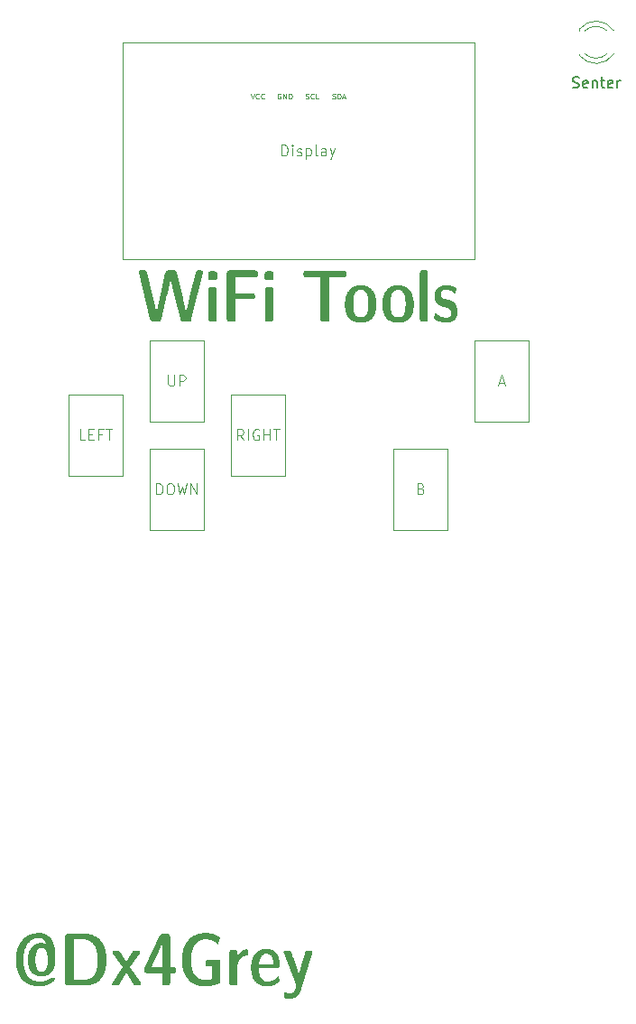
<source format=gbr>
%TF.GenerationSoftware,KiCad,Pcbnew,7.0.9+dfsg-1*%
%TF.CreationDate,2023-11-29T17:00:19+07:00*%
%TF.ProjectId,wifitools,77696669-746f-46f6-9c73-2e6b69636164,rev?*%
%TF.SameCoordinates,Original*%
%TF.FileFunction,Legend,Top*%
%TF.FilePolarity,Positive*%
%FSLAX46Y46*%
G04 Gerber Fmt 4.6, Leading zero omitted, Abs format (unit mm)*
G04 Created by KiCad (PCBNEW 7.0.9+dfsg-1) date 2023-11-29 17:00:19*
%MOMM*%
%LPD*%
G01*
G04 APERTURE LIST*
%ADD10C,0.150000*%
%ADD11C,0.100000*%
%ADD12C,0.120000*%
G04 APERTURE END LIST*
D10*
G36*
X132020942Y-77421182D02*
G01*
X132013192Y-77361121D01*
X131991690Y-77315986D01*
X131949462Y-77277309D01*
X131894951Y-77254459D01*
X131845938Y-77244774D01*
X131794956Y-77240421D01*
X131744626Y-77239266D01*
X131720523Y-77239221D01*
X131659372Y-77239741D01*
X131597906Y-77243381D01*
X131537756Y-77253261D01*
X131480555Y-77272500D01*
X131427933Y-77304218D01*
X131392453Y-77338073D01*
X131361155Y-77382018D01*
X131334728Y-77437371D01*
X131313859Y-77505446D01*
X130767976Y-79802550D01*
X130747518Y-79887048D01*
X130725725Y-79977756D01*
X130702894Y-80073674D01*
X130691183Y-80123273D01*
X130679323Y-80173799D01*
X130667353Y-80225127D01*
X130655309Y-80277130D01*
X130643228Y-80329685D01*
X130631148Y-80382665D01*
X130619105Y-80435946D01*
X130607136Y-80489402D01*
X130595280Y-80542908D01*
X130583573Y-80596339D01*
X130572051Y-80649570D01*
X130560753Y-80702475D01*
X130549715Y-80754930D01*
X130538974Y-80806808D01*
X130528568Y-80857985D01*
X130518534Y-80908336D01*
X130508908Y-80957735D01*
X130499729Y-81006057D01*
X130482855Y-81098969D01*
X130468211Y-81186071D01*
X130456092Y-81266361D01*
X130446797Y-81338838D01*
X130439469Y-81338838D01*
X130427908Y-81260453D01*
X130414411Y-81177673D01*
X130399160Y-81090997D01*
X130382339Y-81000924D01*
X130364130Y-80907953D01*
X130344716Y-80812583D01*
X130334613Y-80764154D01*
X130324278Y-80715313D01*
X130313732Y-80666121D01*
X130302999Y-80616642D01*
X130292101Y-80566937D01*
X130281062Y-80517070D01*
X130269903Y-80467102D01*
X130258649Y-80417095D01*
X130247321Y-80367113D01*
X130235942Y-80317217D01*
X130224536Y-80267470D01*
X130213125Y-80217935D01*
X130201732Y-80168673D01*
X130190379Y-80119747D01*
X130179090Y-80071220D01*
X130167888Y-80023153D01*
X130145832Y-79928653D01*
X130124396Y-79836744D01*
X129571186Y-77511552D01*
X129557932Y-77463615D01*
X129533381Y-77402804D01*
X129503962Y-77354111D01*
X129470502Y-77316188D01*
X129421032Y-77280053D01*
X129367809Y-77257480D01*
X129312793Y-77245280D01*
X129257946Y-77240260D01*
X129205227Y-77239230D01*
X129192610Y-77239221D01*
X128892191Y-77239221D01*
X128836142Y-77239768D01*
X128779019Y-77243591D01*
X128722497Y-77253969D01*
X128668251Y-77274179D01*
X128617954Y-77307497D01*
X128583831Y-77343061D01*
X128553579Y-77389224D01*
X128527902Y-77447369D01*
X128507508Y-77518879D01*
X128031235Y-79530219D01*
X128015401Y-79597372D01*
X127999521Y-79665240D01*
X127983626Y-79733680D01*
X127967748Y-79802550D01*
X127951920Y-79871706D01*
X127936173Y-79941005D01*
X127920538Y-80010304D01*
X127905049Y-80079460D01*
X127889737Y-80148330D01*
X127874634Y-80216771D01*
X127859772Y-80284639D01*
X127845183Y-80351791D01*
X127830900Y-80418085D01*
X127816953Y-80483377D01*
X127803375Y-80547524D01*
X127790198Y-80610383D01*
X127777454Y-80671811D01*
X127765174Y-80731665D01*
X127753392Y-80789802D01*
X127742139Y-80846078D01*
X127731446Y-80900350D01*
X127721346Y-80952476D01*
X127711871Y-81002312D01*
X127694923Y-81094542D01*
X127680858Y-81175896D01*
X127669931Y-81245229D01*
X127662399Y-81301395D01*
X127659986Y-81324183D01*
X127652658Y-81324183D01*
X127646127Y-81257143D01*
X127637212Y-81184681D01*
X127626136Y-81107442D01*
X127613122Y-81026073D01*
X127598390Y-80941219D01*
X127582162Y-80853527D01*
X127564661Y-80763641D01*
X127546108Y-80672207D01*
X127526724Y-80579872D01*
X127506733Y-80487282D01*
X127486355Y-80395081D01*
X127465813Y-80303916D01*
X127445328Y-80214432D01*
X127425121Y-80127276D01*
X127405416Y-80043093D01*
X127386434Y-79962529D01*
X126806357Y-77505446D01*
X126785511Y-77437371D01*
X126759246Y-77382018D01*
X126728388Y-77338073D01*
X126681530Y-77294948D01*
X126629938Y-77266642D01*
X126575573Y-77250035D01*
X126520397Y-77242008D01*
X126466369Y-77239441D01*
X126427781Y-77239221D01*
X126281235Y-77239221D01*
X126221979Y-77240421D01*
X126165808Y-77246612D01*
X126110112Y-77261967D01*
X126061125Y-77290648D01*
X126025079Y-77336821D01*
X126009749Y-77389153D01*
X126007683Y-77421182D01*
X126015392Y-77469701D01*
X126028444Y-77518879D01*
X127065254Y-81813890D01*
X127078227Y-81861612D01*
X127102194Y-81922150D01*
X127130914Y-81970625D01*
X127163642Y-82008378D01*
X127212232Y-82044351D01*
X127264869Y-82066822D01*
X127319792Y-82078968D01*
X127375241Y-82083965D01*
X127429455Y-82084991D01*
X127442610Y-82085000D01*
X127744250Y-82085000D01*
X127802102Y-82084415D01*
X127859483Y-82080325D01*
X127915231Y-82069222D01*
X127968190Y-82047600D01*
X128017198Y-82011953D01*
X128050665Y-81973905D01*
X128080769Y-81924517D01*
X128107021Y-81862309D01*
X128122141Y-81812984D01*
X128128932Y-81785802D01*
X128667488Y-79515565D01*
X128685648Y-79443256D01*
X128701217Y-79378232D01*
X128720267Y-79297273D01*
X128742165Y-79202861D01*
X128753984Y-79151387D01*
X128766277Y-79097480D01*
X128778966Y-79041452D01*
X128791971Y-78983613D01*
X128805213Y-78924272D01*
X128818613Y-78863742D01*
X128832091Y-78802331D01*
X128845570Y-78740350D01*
X128858968Y-78678110D01*
X128872208Y-78615921D01*
X128885210Y-78554093D01*
X128897895Y-78492937D01*
X128910183Y-78432763D01*
X128921996Y-78373882D01*
X128933255Y-78316604D01*
X128943880Y-78261238D01*
X128953792Y-78208096D01*
X128962912Y-78157489D01*
X128978459Y-78065116D01*
X128989888Y-77986605D01*
X128997215Y-77986605D01*
X129008861Y-78065390D01*
X129022601Y-78149317D01*
X129038241Y-78237802D01*
X129055586Y-78330262D01*
X129074440Y-78426113D01*
X129084373Y-78475129D01*
X129094610Y-78524774D01*
X129105126Y-78574975D01*
X129115899Y-78625659D01*
X129126902Y-78676754D01*
X129138113Y-78728187D01*
X129149506Y-78779884D01*
X129161057Y-78831774D01*
X129172742Y-78883782D01*
X129184536Y-78935836D01*
X129196415Y-78987864D01*
X129208355Y-79039791D01*
X129220330Y-79091547D01*
X129232318Y-79143056D01*
X129244293Y-79194247D01*
X129256232Y-79245047D01*
X129268109Y-79295383D01*
X129279900Y-79345182D01*
X129291582Y-79394370D01*
X129303129Y-79442876D01*
X129314517Y-79490625D01*
X129325722Y-79537547D01*
X129865499Y-81799235D01*
X129879600Y-81849537D01*
X129904459Y-81913347D01*
X129933333Y-81964443D01*
X129965734Y-82004236D01*
X130013573Y-82042154D01*
X130065653Y-82065840D01*
X130120813Y-82078642D01*
X130177894Y-82083909D01*
X130235737Y-82084991D01*
X130250181Y-82085000D01*
X130586015Y-82085000D01*
X130639999Y-82084470D01*
X130695486Y-82080763D01*
X130750772Y-82070703D01*
X130804154Y-82051111D01*
X130853931Y-82018811D01*
X130898398Y-81970625D01*
X130927239Y-81922150D01*
X130951418Y-81861612D01*
X130964592Y-81813890D01*
X132000181Y-77518879D01*
X132013233Y-77469701D01*
X132020941Y-77421265D01*
X132020942Y-77421182D01*
G37*
G36*
X133305659Y-81779696D02*
G01*
X133305659Y-79108900D01*
X133304384Y-79051394D01*
X133299968Y-79000346D01*
X133287659Y-78942025D01*
X133266083Y-78894460D01*
X133233137Y-78857233D01*
X133186717Y-78829932D01*
X133124719Y-78812140D01*
X133066733Y-78804788D01*
X132997913Y-78802376D01*
X132864801Y-78802376D01*
X132800313Y-78804152D01*
X132744574Y-78809886D01*
X132682956Y-78824744D01*
X132634711Y-78849169D01*
X132598596Y-78884606D01*
X132573363Y-78932501D01*
X132557770Y-78994300D01*
X132551651Y-79050642D01*
X132549728Y-79116228D01*
X132549728Y-81772369D01*
X132551475Y-81836514D01*
X132557142Y-81891916D01*
X132571887Y-81953106D01*
X132596229Y-82000958D01*
X132631668Y-82036731D01*
X132679709Y-82061684D01*
X132741853Y-82077078D01*
X132798621Y-82083108D01*
X132864801Y-82085000D01*
X132997913Y-82085000D01*
X133061938Y-82083114D01*
X133117010Y-82077127D01*
X133177518Y-82061908D01*
X133224515Y-82037344D01*
X133259377Y-82002262D01*
X133283477Y-81955487D01*
X133298189Y-81895847D01*
X133303888Y-81841967D01*
X133305659Y-81779696D01*
G37*
G36*
X133361835Y-77848607D02*
G01*
X133361835Y-77680080D01*
X133359883Y-77610747D01*
X133353688Y-77551358D01*
X133342744Y-77501230D01*
X133319888Y-77447621D01*
X133286484Y-77407646D01*
X133241331Y-77379690D01*
X133183226Y-77362134D01*
X133130424Y-77354819D01*
X133069155Y-77351763D01*
X133046762Y-77351573D01*
X132815952Y-77351573D01*
X132753157Y-77353186D01*
X132698446Y-77358552D01*
X132637354Y-77372913D01*
X132588906Y-77397227D01*
X132552114Y-77433369D01*
X132525991Y-77483214D01*
X132512806Y-77530718D01*
X132504650Y-77587776D01*
X132501107Y-77655177D01*
X132500879Y-77680080D01*
X132500879Y-77848607D01*
X132502627Y-77914837D01*
X132508293Y-77972341D01*
X132518512Y-78021602D01*
X132540313Y-78075295D01*
X132572837Y-78116336D01*
X132617587Y-78145872D01*
X132676064Y-78165047D01*
X132729835Y-78173317D01*
X132792807Y-78176886D01*
X132815952Y-78177114D01*
X133046762Y-78177114D01*
X133110967Y-78175180D01*
X133166535Y-78168983D01*
X133228066Y-78153068D01*
X133276344Y-78127121D01*
X133312573Y-78089739D01*
X133337953Y-78039520D01*
X133353688Y-77975062D01*
X133359883Y-77916530D01*
X133361835Y-77848607D01*
G37*
G36*
X137186678Y-77576277D02*
G01*
X137185928Y-77523072D01*
X137182870Y-77474189D01*
X137173105Y-77416077D01*
X137154202Y-77366473D01*
X137123284Y-77325849D01*
X137077476Y-77294678D01*
X137031618Y-77277787D01*
X136974552Y-77266677D01*
X136905064Y-77261549D01*
X136878932Y-77261203D01*
X134575722Y-77261203D01*
X134511234Y-77262951D01*
X134455495Y-77268617D01*
X134393877Y-77283363D01*
X134345633Y-77307705D01*
X134309517Y-77343144D01*
X134284284Y-77391185D01*
X134268691Y-77453329D01*
X134262572Y-77510097D01*
X134260649Y-77576277D01*
X134260649Y-81774811D01*
X134262397Y-81838332D01*
X134268063Y-81893227D01*
X134282809Y-81953900D01*
X134307150Y-82001392D01*
X134342590Y-82036935D01*
X134390630Y-82061759D01*
X134452774Y-82077094D01*
X134509542Y-82083110D01*
X134575722Y-82085000D01*
X134806531Y-82085000D01*
X134870838Y-82083115D01*
X134926082Y-82077135D01*
X134986677Y-82061945D01*
X135033641Y-82037446D01*
X135068390Y-82002479D01*
X135092341Y-81955884D01*
X135106912Y-81896502D01*
X135112536Y-81842876D01*
X135114277Y-81780917D01*
X135114277Y-79974741D01*
X136605380Y-79974741D01*
X136658925Y-79974195D01*
X136712713Y-79970372D01*
X136764469Y-79959994D01*
X136811918Y-79939784D01*
X136852783Y-79906465D01*
X136884790Y-79856761D01*
X136901613Y-79806757D01*
X136911213Y-79744310D01*
X136913126Y-79695083D01*
X136911293Y-79644567D01*
X136902066Y-79580484D01*
X136885820Y-79529170D01*
X136854715Y-79478163D01*
X136814666Y-79443971D01*
X136767689Y-79423232D01*
X136715805Y-79412582D01*
X136661029Y-79408658D01*
X136605380Y-79408098D01*
X135114277Y-79408098D01*
X135114277Y-77869368D01*
X135393936Y-77869368D01*
X136830083Y-77891350D01*
X136892212Y-77891090D01*
X136948700Y-77889273D01*
X136999444Y-77884340D01*
X137057991Y-77870225D01*
X137105901Y-77844110D01*
X137142931Y-77802303D01*
X137168838Y-77741111D01*
X137180822Y-77680275D01*
X137186310Y-77604901D01*
X137186678Y-77576277D01*
G37*
G36*
X138610614Y-81779696D02*
G01*
X138610614Y-79108900D01*
X138609339Y-79051394D01*
X138604922Y-79000346D01*
X138592613Y-78942025D01*
X138571037Y-78894460D01*
X138538091Y-78857233D01*
X138491672Y-78829932D01*
X138429674Y-78812140D01*
X138371688Y-78804788D01*
X138302868Y-78802376D01*
X138169755Y-78802376D01*
X138105268Y-78804152D01*
X138049529Y-78809886D01*
X137987911Y-78824744D01*
X137939666Y-78849169D01*
X137903550Y-78884606D01*
X137878318Y-78932501D01*
X137862724Y-78994300D01*
X137856605Y-79050642D01*
X137854682Y-79116228D01*
X137854682Y-81772369D01*
X137856430Y-81836514D01*
X137862096Y-81891916D01*
X137876842Y-81953106D01*
X137901183Y-82000958D01*
X137936623Y-82036731D01*
X137984664Y-82061684D01*
X138046808Y-82077078D01*
X138103575Y-82083108D01*
X138169755Y-82085000D01*
X138302868Y-82085000D01*
X138366892Y-82083114D01*
X138421965Y-82077127D01*
X138482472Y-82061908D01*
X138529470Y-82037344D01*
X138564332Y-82002262D01*
X138588432Y-81955487D01*
X138603143Y-81895847D01*
X138608843Y-81841967D01*
X138610614Y-81779696D01*
G37*
G36*
X138666790Y-77848607D02*
G01*
X138666790Y-77680080D01*
X138664838Y-77610747D01*
X138658643Y-77551358D01*
X138647699Y-77501230D01*
X138624843Y-77447621D01*
X138591439Y-77407646D01*
X138546285Y-77379690D01*
X138488180Y-77362134D01*
X138435379Y-77354819D01*
X138374109Y-77351763D01*
X138351716Y-77351573D01*
X138120907Y-77351573D01*
X138058112Y-77353186D01*
X138003401Y-77358552D01*
X137942309Y-77372913D01*
X137893860Y-77397227D01*
X137857068Y-77433369D01*
X137830945Y-77483214D01*
X137817760Y-77530718D01*
X137809605Y-77587776D01*
X137806062Y-77655177D01*
X137805834Y-77680080D01*
X137805834Y-77848607D01*
X137807582Y-77914837D01*
X137813248Y-77972341D01*
X137823466Y-78021602D01*
X137845268Y-78075295D01*
X137877792Y-78116336D01*
X137922541Y-78145872D01*
X137981019Y-78165047D01*
X138034790Y-78173317D01*
X138097762Y-78176886D01*
X138120907Y-78177114D01*
X138351716Y-78177114D01*
X138415922Y-78175180D01*
X138471490Y-78168983D01*
X138533020Y-78153068D01*
X138581299Y-78127121D01*
X138617527Y-78089739D01*
X138642908Y-78039520D01*
X138658643Y-77975062D01*
X138664838Y-77916530D01*
X138666790Y-77848607D01*
G37*
G36*
X145479944Y-77597037D02*
G01*
X145479164Y-77543833D01*
X145476024Y-77494950D01*
X145466087Y-77436838D01*
X145446971Y-77387234D01*
X145415826Y-77346610D01*
X145369804Y-77315438D01*
X145323812Y-77298547D01*
X145266649Y-77287438D01*
X145197113Y-77282310D01*
X145170977Y-77281964D01*
X141768674Y-77281964D01*
X141704468Y-77283712D01*
X141648901Y-77289378D01*
X141587370Y-77304124D01*
X141539092Y-77328465D01*
X141502863Y-77363905D01*
X141477482Y-77411945D01*
X141461747Y-77474090D01*
X141455553Y-77530857D01*
X141453601Y-77597037D01*
X141455886Y-77667731D01*
X141462995Y-77727241D01*
X141475308Y-77776491D01*
X141500479Y-77827795D01*
X141536480Y-77864691D01*
X141584213Y-77889369D01*
X141644578Y-77904019D01*
X141698685Y-77909742D01*
X141760786Y-77911980D01*
X141783328Y-77912110D01*
X143043622Y-77891350D01*
X143043622Y-81771147D01*
X143045369Y-81835323D01*
X143051036Y-81890808D01*
X143065781Y-81952168D01*
X143090123Y-82000233D01*
X143125562Y-82036234D01*
X143173603Y-82061401D01*
X143235747Y-82076966D01*
X143292515Y-82083078D01*
X143358695Y-82085000D01*
X143589504Y-82085000D01*
X143653529Y-82083084D01*
X143708601Y-82077014D01*
X143769109Y-82061625D01*
X143816106Y-82036847D01*
X143850968Y-82001537D01*
X143875068Y-81954549D01*
X143889780Y-81894738D01*
X143895479Y-81840776D01*
X143897250Y-81778475D01*
X143897250Y-77891350D01*
X145157543Y-77912110D01*
X145221930Y-77910684D01*
X145277993Y-77905848D01*
X145326167Y-77896769D01*
X145378878Y-77876625D01*
X145419368Y-77845484D01*
X145448666Y-77801369D01*
X145467804Y-77742306D01*
X145476109Y-77687011D01*
X145479712Y-77621364D01*
X145479944Y-77597037D01*
G37*
G36*
X146894902Y-78647334D02*
G01*
X146964809Y-78651327D01*
X147036294Y-78658296D01*
X147108986Y-78668500D01*
X147182516Y-78682196D01*
X147256512Y-78699641D01*
X147330606Y-78721093D01*
X147404425Y-78746810D01*
X147477600Y-78777050D01*
X147549761Y-78812069D01*
X147620538Y-78852126D01*
X147689559Y-78897478D01*
X147756456Y-78948382D01*
X147820857Y-79005097D01*
X147882392Y-79067880D01*
X147940691Y-79136988D01*
X147970637Y-79176665D01*
X147998914Y-79217111D01*
X148050645Y-79300040D01*
X148096262Y-79385229D01*
X148136142Y-79472135D01*
X148170663Y-79560215D01*
X148200201Y-79648925D01*
X148225135Y-79737721D01*
X148245842Y-79826058D01*
X148262698Y-79913394D01*
X148276083Y-79999185D01*
X148286373Y-80082886D01*
X148293946Y-80163953D01*
X148299179Y-80241844D01*
X148302449Y-80316013D01*
X148304135Y-80385918D01*
X148304612Y-80451015D01*
X148304538Y-80478529D01*
X148303764Y-80538338D01*
X148301759Y-80603977D01*
X148298044Y-80674792D01*
X148292142Y-80750127D01*
X148283576Y-80829327D01*
X148271867Y-80911739D01*
X148256539Y-80996707D01*
X148237113Y-81083577D01*
X148213112Y-81171694D01*
X148184059Y-81260402D01*
X148149475Y-81349049D01*
X148108883Y-81436977D01*
X148086185Y-81480468D01*
X148061805Y-81523534D01*
X148035685Y-81566093D01*
X148007765Y-81608064D01*
X147977984Y-81649364D01*
X147946283Y-81689912D01*
X147912603Y-81729626D01*
X147851869Y-81793260D01*
X147788115Y-81850636D01*
X147721786Y-81902052D01*
X147653324Y-81947804D01*
X147583173Y-81988189D01*
X147511777Y-82023505D01*
X147439580Y-82054048D01*
X147367025Y-82080115D01*
X147294556Y-82102003D01*
X147222617Y-82120009D01*
X147151650Y-82134431D01*
X147082101Y-82145564D01*
X147014412Y-82153707D01*
X146949026Y-82159155D01*
X146886389Y-82162206D01*
X146826943Y-82163157D01*
X146734997Y-82160982D01*
X146645614Y-82154571D01*
X146558897Y-82144095D01*
X146474947Y-82129726D01*
X146393867Y-82111637D01*
X146315758Y-82089999D01*
X146240722Y-82064983D01*
X146168861Y-82036762D01*
X146100278Y-82005506D01*
X146035074Y-81971388D01*
X145973351Y-81934580D01*
X145915211Y-81895253D01*
X145860757Y-81853579D01*
X145810089Y-81809730D01*
X145763311Y-81763877D01*
X145720523Y-81716193D01*
X145663439Y-81640590D01*
X145612410Y-81563255D01*
X145567109Y-81484460D01*
X145527209Y-81404478D01*
X145492382Y-81323580D01*
X145462301Y-81242037D01*
X145436638Y-81160123D01*
X145415067Y-81078108D01*
X145397259Y-80996266D01*
X145382888Y-80914866D01*
X145371626Y-80834183D01*
X145363146Y-80754487D01*
X145357120Y-80676050D01*
X145353221Y-80599144D01*
X145351122Y-80524042D01*
X145350495Y-80451015D01*
X145351347Y-80367984D01*
X145351387Y-80366751D01*
X146127187Y-80366751D01*
X146127358Y-80459913D01*
X146127764Y-80509065D01*
X146128554Y-80559641D01*
X146129857Y-80611424D01*
X146131800Y-80664198D01*
X146134512Y-80717746D01*
X146138121Y-80771851D01*
X146142755Y-80826295D01*
X146148542Y-80880863D01*
X146155611Y-80935336D01*
X146164089Y-80989499D01*
X146174104Y-81043134D01*
X146185785Y-81096024D01*
X146199260Y-81147953D01*
X146214657Y-81198703D01*
X146232104Y-81248058D01*
X146251729Y-81295801D01*
X146273660Y-81341715D01*
X146298026Y-81385582D01*
X146324955Y-81427187D01*
X146354574Y-81466312D01*
X146422397Y-81536255D01*
X146460857Y-81566638D01*
X146502520Y-81593675D01*
X146547515Y-81617147D01*
X146595969Y-81636838D01*
X146648011Y-81652530D01*
X146703768Y-81664008D01*
X146763370Y-81671054D01*
X146826943Y-81673450D01*
X146890517Y-81671054D01*
X146950118Y-81664008D01*
X147005876Y-81652529D01*
X147057917Y-81636835D01*
X147106371Y-81617142D01*
X147151366Y-81593667D01*
X147193029Y-81566626D01*
X147231490Y-81536235D01*
X147299313Y-81466275D01*
X147328932Y-81427138D01*
X147355860Y-81385518D01*
X147380226Y-81341633D01*
X147402157Y-81295699D01*
X147421783Y-81247933D01*
X147439230Y-81198551D01*
X147454626Y-81147770D01*
X147468101Y-81095807D01*
X147479782Y-81042878D01*
X147489798Y-80989201D01*
X147498276Y-80934991D01*
X147505344Y-80880466D01*
X147511131Y-80825842D01*
X147515765Y-80771336D01*
X147519374Y-80717164D01*
X147522086Y-80663543D01*
X147524030Y-80610691D01*
X147525332Y-80558823D01*
X147526122Y-80508156D01*
X147526528Y-80458907D01*
X147526698Y-80365778D01*
X147526678Y-80321842D01*
X147526122Y-80226975D01*
X147525332Y-80177434D01*
X147524030Y-80126767D01*
X147522086Y-80075180D01*
X147519374Y-80022884D01*
X147515765Y-79970085D01*
X147511131Y-79916994D01*
X147505344Y-79863817D01*
X147498276Y-79810764D01*
X147489798Y-79758043D01*
X147479782Y-79705861D01*
X147468101Y-79654429D01*
X147454626Y-79603954D01*
X147439230Y-79554644D01*
X147421783Y-79506708D01*
X147402157Y-79460354D01*
X147380226Y-79415791D01*
X147328932Y-79332870D01*
X147266875Y-79259613D01*
X147193029Y-79197687D01*
X147151366Y-79171494D01*
X147106371Y-79148758D01*
X147057917Y-79129690D01*
X147005876Y-79114496D01*
X146950118Y-79103385D01*
X146890517Y-79096565D01*
X146826943Y-79094246D01*
X146763370Y-79096544D01*
X146703768Y-79103304D01*
X146648011Y-79114321D01*
X146595969Y-79129389D01*
X146547515Y-79148306D01*
X146502520Y-79170866D01*
X146422397Y-79226099D01*
X146354574Y-79293453D01*
X146298026Y-79371295D01*
X146273660Y-79413637D01*
X146251729Y-79457987D01*
X146232104Y-79504142D01*
X146214657Y-79551896D01*
X146199260Y-79601045D01*
X146185785Y-79651386D01*
X146174104Y-79702713D01*
X146164089Y-79754823D01*
X146155611Y-79807510D01*
X146148542Y-79860570D01*
X146142755Y-79913800D01*
X146138121Y-79966994D01*
X146134512Y-80019949D01*
X146131800Y-80072459D01*
X146129857Y-80124321D01*
X146128554Y-80175331D01*
X146127358Y-80273973D01*
X146127187Y-80366751D01*
X145351387Y-80366751D01*
X145354047Y-80284336D01*
X145358811Y-80200255D01*
X145365856Y-80115925D01*
X145375398Y-80031531D01*
X145387654Y-79947257D01*
X145402840Y-79863287D01*
X145421173Y-79779805D01*
X145442869Y-79696996D01*
X145468144Y-79615044D01*
X145497216Y-79534133D01*
X145530300Y-79454447D01*
X145567613Y-79376171D01*
X145609371Y-79299489D01*
X145655791Y-79224585D01*
X145707090Y-79151643D01*
X145761526Y-79083578D01*
X145819723Y-79021226D01*
X145881319Y-78964405D01*
X145945952Y-78912934D01*
X146013261Y-78866628D01*
X146082885Y-78825307D01*
X146154463Y-78788787D01*
X146227632Y-78756885D01*
X146302033Y-78729421D01*
X146377303Y-78706210D01*
X146453081Y-78687070D01*
X146529005Y-78671820D01*
X146604715Y-78660277D01*
X146679849Y-78652257D01*
X146754045Y-78647579D01*
X146826943Y-78646060D01*
X146894902Y-78647334D01*
G37*
G36*
X150402229Y-78647334D02*
G01*
X150472137Y-78651327D01*
X150543621Y-78658296D01*
X150616314Y-78668500D01*
X150689843Y-78682196D01*
X150763840Y-78699641D01*
X150837933Y-78721093D01*
X150911752Y-78746810D01*
X150984928Y-78777050D01*
X151057089Y-78812069D01*
X151127865Y-78852126D01*
X151196887Y-78897478D01*
X151263783Y-78948382D01*
X151328184Y-79005097D01*
X151389719Y-79067880D01*
X151448018Y-79136988D01*
X151477965Y-79176665D01*
X151506241Y-79217111D01*
X151557972Y-79300040D01*
X151603589Y-79385229D01*
X151643469Y-79472135D01*
X151677990Y-79560215D01*
X151707528Y-79648925D01*
X151732462Y-79737721D01*
X151753169Y-79826058D01*
X151770026Y-79913394D01*
X151783411Y-79999185D01*
X151793701Y-80082886D01*
X151801273Y-80163953D01*
X151806506Y-80241844D01*
X151809776Y-80316013D01*
X151811462Y-80385918D01*
X151811940Y-80451015D01*
X151811865Y-80478529D01*
X151811091Y-80538338D01*
X151809086Y-80603977D01*
X151805371Y-80674792D01*
X151799469Y-80750127D01*
X151790903Y-80829327D01*
X151779194Y-80911739D01*
X151763866Y-80996707D01*
X151744440Y-81083577D01*
X151720440Y-81171694D01*
X151691386Y-81260402D01*
X151656802Y-81349049D01*
X151616210Y-81436977D01*
X151593512Y-81480468D01*
X151569133Y-81523534D01*
X151543013Y-81566093D01*
X151515092Y-81608064D01*
X151485311Y-81649364D01*
X151453610Y-81689912D01*
X151419930Y-81729626D01*
X151359196Y-81793260D01*
X151295442Y-81850636D01*
X151229113Y-81902052D01*
X151160651Y-81947804D01*
X151090500Y-81988189D01*
X151019105Y-82023505D01*
X150946907Y-82054048D01*
X150874352Y-82080115D01*
X150801883Y-82102003D01*
X150729944Y-82120009D01*
X150658978Y-82134431D01*
X150589428Y-82145564D01*
X150521739Y-82153707D01*
X150456354Y-82159155D01*
X150393716Y-82162206D01*
X150334271Y-82163157D01*
X150242324Y-82160982D01*
X150152942Y-82154571D01*
X150066224Y-82144095D01*
X149982275Y-82129726D01*
X149901194Y-82111637D01*
X149823085Y-82089999D01*
X149748049Y-82064983D01*
X149676189Y-82036762D01*
X149607605Y-82005506D01*
X149542401Y-81971388D01*
X149480678Y-81934580D01*
X149422539Y-81895253D01*
X149368084Y-81853579D01*
X149317416Y-81809730D01*
X149270638Y-81763877D01*
X149227850Y-81716193D01*
X149170766Y-81640590D01*
X149119737Y-81563255D01*
X149074436Y-81484460D01*
X149034536Y-81404478D01*
X148999709Y-81323580D01*
X148969628Y-81242037D01*
X148943965Y-81160123D01*
X148922394Y-81078108D01*
X148904587Y-80996266D01*
X148890216Y-80914866D01*
X148878954Y-80834183D01*
X148870474Y-80754487D01*
X148864448Y-80676050D01*
X148860549Y-80599144D01*
X148858449Y-80524042D01*
X148857822Y-80451015D01*
X148858674Y-80367984D01*
X148858714Y-80366751D01*
X149634515Y-80366751D01*
X149634686Y-80459913D01*
X149635091Y-80509065D01*
X149635881Y-80559641D01*
X149637184Y-80611424D01*
X149639127Y-80664198D01*
X149641839Y-80717746D01*
X149645448Y-80771851D01*
X149650082Y-80826295D01*
X149655870Y-80880863D01*
X149662938Y-80935336D01*
X149671416Y-80989499D01*
X149681431Y-81043134D01*
X149693112Y-81096024D01*
X149706587Y-81147953D01*
X149721984Y-81198703D01*
X149739431Y-81248058D01*
X149759056Y-81295801D01*
X149780988Y-81341715D01*
X149805354Y-81385582D01*
X149832282Y-81427187D01*
X149861901Y-81466312D01*
X149929724Y-81536255D01*
X149968184Y-81566638D01*
X150009848Y-81593675D01*
X150054842Y-81617147D01*
X150103296Y-81636838D01*
X150155338Y-81652530D01*
X150211096Y-81664008D01*
X150270697Y-81671054D01*
X150334271Y-81673450D01*
X150397844Y-81671054D01*
X150457445Y-81664008D01*
X150513203Y-81652529D01*
X150565245Y-81636835D01*
X150613699Y-81617142D01*
X150658693Y-81593667D01*
X150700357Y-81566626D01*
X150738817Y-81536235D01*
X150806640Y-81466275D01*
X150836259Y-81427138D01*
X150863187Y-81385518D01*
X150887553Y-81341633D01*
X150909485Y-81295699D01*
X150929110Y-81247933D01*
X150946557Y-81198551D01*
X150961954Y-81147770D01*
X150975429Y-81095807D01*
X150987110Y-81042878D01*
X150997125Y-80989201D01*
X151005603Y-80934991D01*
X151012671Y-80880466D01*
X151018459Y-80825842D01*
X151023093Y-80771336D01*
X151026702Y-80717164D01*
X151029414Y-80663543D01*
X151031357Y-80610691D01*
X151032660Y-80558823D01*
X151033450Y-80508156D01*
X151033855Y-80458907D01*
X151034025Y-80365778D01*
X151034005Y-80321842D01*
X151033450Y-80226975D01*
X151032660Y-80177434D01*
X151031357Y-80126767D01*
X151029414Y-80075180D01*
X151026702Y-80022884D01*
X151023093Y-79970085D01*
X151018459Y-79916994D01*
X151012671Y-79863817D01*
X151005603Y-79810764D01*
X150997125Y-79758043D01*
X150987110Y-79705861D01*
X150975429Y-79654429D01*
X150961954Y-79603954D01*
X150946557Y-79554644D01*
X150929110Y-79506708D01*
X150909485Y-79460354D01*
X150887553Y-79415791D01*
X150836259Y-79332870D01*
X150774202Y-79259613D01*
X150700357Y-79197687D01*
X150658693Y-79171494D01*
X150613699Y-79148758D01*
X150565245Y-79129690D01*
X150513203Y-79114496D01*
X150457445Y-79103385D01*
X150397844Y-79096565D01*
X150334271Y-79094246D01*
X150270697Y-79096544D01*
X150211096Y-79103304D01*
X150155338Y-79114321D01*
X150103296Y-79129389D01*
X150054842Y-79148306D01*
X150009848Y-79170866D01*
X149929724Y-79226099D01*
X149861901Y-79293453D01*
X149805354Y-79371295D01*
X149780988Y-79413637D01*
X149759056Y-79457987D01*
X149739431Y-79504142D01*
X149721984Y-79551896D01*
X149706587Y-79601045D01*
X149693112Y-79651386D01*
X149681431Y-79702713D01*
X149671416Y-79754823D01*
X149662938Y-79807510D01*
X149655870Y-79860570D01*
X149650082Y-79913800D01*
X149645448Y-79966994D01*
X149641839Y-80019949D01*
X149639127Y-80072459D01*
X149637184Y-80124321D01*
X149635881Y-80175331D01*
X149634686Y-80273973D01*
X149634515Y-80366751D01*
X148858714Y-80366751D01*
X148861374Y-80284336D01*
X148866138Y-80200255D01*
X148873183Y-80115925D01*
X148882725Y-80031531D01*
X148894981Y-79947257D01*
X148910167Y-79863287D01*
X148928500Y-79779805D01*
X148950196Y-79696996D01*
X148975472Y-79615044D01*
X149004543Y-79534133D01*
X149037627Y-79454447D01*
X149074940Y-79376171D01*
X149116698Y-79299489D01*
X149163119Y-79224585D01*
X149214417Y-79151643D01*
X149268854Y-79083578D01*
X149327050Y-79021226D01*
X149388646Y-78964405D01*
X149453279Y-78912934D01*
X149520588Y-78866628D01*
X149590212Y-78825307D01*
X149661790Y-78788787D01*
X149734960Y-78756885D01*
X149809360Y-78729421D01*
X149884630Y-78706210D01*
X149960408Y-78687070D01*
X150036332Y-78671820D01*
X150112042Y-78660277D01*
X150187176Y-78652257D01*
X150261373Y-78647579D01*
X150334271Y-78646060D01*
X150402229Y-78647334D01*
G37*
G36*
X153138178Y-81778475D02*
G01*
X153138178Y-77546967D01*
X153136903Y-77489431D01*
X153132487Y-77438301D01*
X153120178Y-77379809D01*
X153098602Y-77332030D01*
X153065656Y-77294576D01*
X153019236Y-77267061D01*
X152957239Y-77249099D01*
X152899252Y-77241664D01*
X152830432Y-77239221D01*
X152697320Y-77239221D01*
X152632833Y-77240998D01*
X152577093Y-77246740D01*
X152515475Y-77261627D01*
X152467231Y-77286117D01*
X152431115Y-77321669D01*
X152405882Y-77369744D01*
X152390289Y-77431801D01*
X152384170Y-77488397D01*
X152382247Y-77554295D01*
X152382247Y-81771147D01*
X152383995Y-81835323D01*
X152389661Y-81890808D01*
X152404407Y-81952168D01*
X152428748Y-82000233D01*
X152464188Y-82036234D01*
X152512228Y-82061401D01*
X152574372Y-82076966D01*
X152631140Y-82083078D01*
X152697320Y-82085000D01*
X152830432Y-82085000D01*
X152894457Y-82083084D01*
X152949529Y-82077014D01*
X153010037Y-82061625D01*
X153057034Y-82036847D01*
X153091896Y-82001537D01*
X153115996Y-81954549D01*
X153130708Y-81894738D01*
X153136407Y-81840776D01*
X153138178Y-81778475D01*
G37*
G36*
X155920104Y-81088489D02*
G01*
X155919115Y-81038752D01*
X155916143Y-80989408D01*
X155911177Y-80940508D01*
X155904210Y-80892102D01*
X155889986Y-80820528D01*
X155871207Y-80750347D01*
X155847844Y-80681728D01*
X155819867Y-80614839D01*
X155787245Y-80549850D01*
X155749947Y-80486930D01*
X155722470Y-80446216D01*
X155692893Y-80406547D01*
X155661207Y-80367972D01*
X155615422Y-80319258D01*
X155570048Y-80275470D01*
X155524977Y-80236269D01*
X155480105Y-80201315D01*
X155435326Y-80170267D01*
X155390534Y-80142787D01*
X155345624Y-80118534D01*
X155300491Y-80097168D01*
X155255028Y-80078350D01*
X155185987Y-80054155D01*
X155115610Y-80033779D01*
X155067776Y-80021751D01*
X155019084Y-80010572D01*
X154969431Y-79999900D01*
X154918709Y-79989396D01*
X154861630Y-79976425D01*
X154806004Y-79963307D01*
X154752138Y-79949581D01*
X154700340Y-79934785D01*
X154650918Y-79918458D01*
X154604179Y-79900138D01*
X154539775Y-79867911D01*
X154483140Y-79828605D01*
X154435310Y-79780661D01*
X154397327Y-79722522D01*
X154377986Y-79677330D01*
X154363791Y-79626452D01*
X154355048Y-79569428D01*
X154352065Y-79505795D01*
X154354092Y-79447691D01*
X154360089Y-79394619D01*
X154369936Y-79346402D01*
X154391659Y-79282793D01*
X154421360Y-79229111D01*
X154458627Y-79184760D01*
X154503051Y-79149140D01*
X154554221Y-79121655D01*
X154611726Y-79101707D01*
X154675156Y-79088698D01*
X154744100Y-79082030D01*
X154792924Y-79080812D01*
X154873147Y-79083102D01*
X154948593Y-79089683D01*
X155019405Y-79100124D01*
X155085729Y-79113995D01*
X155147709Y-79130864D01*
X155205491Y-79150300D01*
X155259220Y-79171872D01*
X155309039Y-79195149D01*
X155355095Y-79219699D01*
X155397532Y-79245092D01*
X155454719Y-79283818D01*
X155504578Y-79322015D01*
X155547599Y-79358228D01*
X155584271Y-79391001D01*
X155625029Y-79420310D01*
X155661207Y-79427637D01*
X155709030Y-79411178D01*
X155732071Y-79363834D01*
X155744795Y-79309228D01*
X155753862Y-79260600D01*
X155758904Y-79232243D01*
X155772719Y-79176945D01*
X155782836Y-79126904D01*
X155792618Y-79073610D01*
X155800834Y-79024273D01*
X155807365Y-78975582D01*
X155807753Y-78968461D01*
X155798415Y-78920333D01*
X155757427Y-78886293D01*
X155707825Y-78859100D01*
X155661207Y-78835348D01*
X155599780Y-78805000D01*
X155537259Y-78776613D01*
X155472869Y-78750412D01*
X155405840Y-78726620D01*
X155335397Y-78705460D01*
X155286157Y-78692926D01*
X155234828Y-78681728D01*
X155181180Y-78671931D01*
X155124985Y-78663602D01*
X155066014Y-78656807D01*
X155004038Y-78651612D01*
X154938827Y-78648084D01*
X154870152Y-78646288D01*
X154834445Y-78646060D01*
X154754244Y-78656618D01*
X154669338Y-78669328D01*
X154581090Y-78685282D01*
X154490864Y-78705575D01*
X154400022Y-78731299D01*
X154309929Y-78763547D01*
X154221946Y-78803412D01*
X154137437Y-78851987D01*
X154096911Y-78879883D01*
X154057765Y-78910366D01*
X154020169Y-78943573D01*
X153984294Y-78979640D01*
X153950309Y-79018705D01*
X153918386Y-79060904D01*
X153888694Y-79106373D01*
X153861404Y-79155249D01*
X153836687Y-79207669D01*
X153814713Y-79263770D01*
X153795651Y-79323688D01*
X153779674Y-79387559D01*
X153766950Y-79455521D01*
X153757651Y-79527709D01*
X153751946Y-79604261D01*
X153750007Y-79685314D01*
X153752182Y-79760245D01*
X153758554Y-79831459D01*
X153768889Y-79899055D01*
X153782953Y-79963128D01*
X153800514Y-80023776D01*
X153821338Y-80081097D01*
X153845191Y-80135187D01*
X153871842Y-80186145D01*
X153901056Y-80234067D01*
X153932600Y-80279050D01*
X153966241Y-80321192D01*
X154001746Y-80360590D01*
X154038882Y-80397342D01*
X154077415Y-80431544D01*
X154117112Y-80463294D01*
X154157740Y-80492689D01*
X154199065Y-80519826D01*
X154282876Y-80567718D01*
X154366680Y-80607746D01*
X154448609Y-80640690D01*
X154526799Y-80667326D01*
X154599383Y-80688435D01*
X154664496Y-80704792D01*
X154720272Y-80717178D01*
X154744075Y-80722124D01*
X154795601Y-80733896D01*
X154847277Y-80746177D01*
X154898624Y-80759444D01*
X154949163Y-80774179D01*
X154998413Y-80790859D01*
X155045896Y-80809966D01*
X155091133Y-80831978D01*
X155133642Y-80857374D01*
X155172947Y-80886634D01*
X155208566Y-80920238D01*
X155240020Y-80958664D01*
X155266831Y-81002393D01*
X155288518Y-81051904D01*
X155304603Y-81107675D01*
X155314605Y-81170187D01*
X155318046Y-81239919D01*
X155314626Y-81315459D01*
X155304767Y-81382157D01*
X155289074Y-81440563D01*
X155268148Y-81491222D01*
X155242592Y-81534683D01*
X155196897Y-81587575D01*
X155144175Y-81627349D01*
X155086463Y-81655854D01*
X155025795Y-81674936D01*
X154964205Y-81686442D01*
X154903727Y-81692222D01*
X154846398Y-81694121D01*
X154828339Y-81694211D01*
X154766072Y-81692598D01*
X154697926Y-81687103D01*
X154624657Y-81676741D01*
X154573337Y-81666644D01*
X154520298Y-81653656D01*
X154465765Y-81637484D01*
X154409961Y-81617837D01*
X154353110Y-81594423D01*
X154295435Y-81566952D01*
X154237160Y-81535130D01*
X154178508Y-81498668D01*
X154119703Y-81457272D01*
X154060969Y-81410653D01*
X154002529Y-81358517D01*
X153973489Y-81330289D01*
X153935131Y-81293872D01*
X153894084Y-81265347D01*
X153862358Y-81260680D01*
X153813132Y-81278876D01*
X153788513Y-81323019D01*
X153785422Y-81344944D01*
X153770118Y-81402011D01*
X153757890Y-81460005D01*
X153748043Y-81509961D01*
X153738220Y-81561995D01*
X153728965Y-81612991D01*
X153718446Y-81673985D01*
X153710037Y-81728593D01*
X153708485Y-81744281D01*
X153723398Y-81793354D01*
X153763669Y-81841024D01*
X153806486Y-81875288D01*
X153856974Y-81907833D01*
X153912308Y-81938262D01*
X153969663Y-81966174D01*
X154026213Y-81991173D01*
X154079132Y-82012859D01*
X154125596Y-82030834D01*
X154162777Y-82044699D01*
X154223747Y-82065551D01*
X154282914Y-82083800D01*
X154340135Y-82099619D01*
X154395266Y-82113183D01*
X154448164Y-82124664D01*
X154498687Y-82134237D01*
X154569704Y-82145396D01*
X154634571Y-82153238D01*
X154692805Y-82158346D01*
X154743922Y-82161306D01*
X154800175Y-82162926D01*
X154841772Y-82163157D01*
X154908366Y-82162092D01*
X154972821Y-82158903D01*
X155035140Y-82153597D01*
X155095324Y-82146182D01*
X155153375Y-82136666D01*
X155209295Y-82125057D01*
X155263084Y-82111362D01*
X155314745Y-82095590D01*
X155364278Y-82077748D01*
X155411687Y-82057844D01*
X155456971Y-82035886D01*
X155500133Y-82011882D01*
X155580097Y-81957766D01*
X155651590Y-81895559D01*
X155714625Y-81825323D01*
X155769215Y-81747121D01*
X155815372Y-81661017D01*
X155835293Y-81615020D01*
X155853109Y-81567071D01*
X155868824Y-81517178D01*
X155882438Y-81465347D01*
X155893954Y-81411588D01*
X155903372Y-81355908D01*
X155910695Y-81298315D01*
X155915923Y-81238816D01*
X155919059Y-81177420D01*
X155920104Y-81114134D01*
X155920104Y-81088489D01*
G37*
G36*
X116792834Y-139395011D02*
G01*
X116914448Y-139406641D01*
X117028655Y-139425637D01*
X117135687Y-139451683D01*
X117235775Y-139484461D01*
X117329151Y-139523655D01*
X117416048Y-139568948D01*
X117496696Y-139620022D01*
X117571329Y-139676562D01*
X117640177Y-139738250D01*
X117703473Y-139804769D01*
X117761449Y-139875802D01*
X117814336Y-139951033D01*
X117862367Y-140030145D01*
X117905773Y-140112821D01*
X117944786Y-140198744D01*
X117979639Y-140287597D01*
X118010562Y-140379064D01*
X118037788Y-140472827D01*
X118061548Y-140568569D01*
X118082075Y-140665975D01*
X118099601Y-140764726D01*
X118114357Y-140864506D01*
X118126576Y-140964999D01*
X118136488Y-141065887D01*
X118144326Y-141166853D01*
X118150323Y-141267581D01*
X118154709Y-141367754D01*
X118157717Y-141467055D01*
X118159578Y-141565166D01*
X118160525Y-141661772D01*
X118160789Y-141756556D01*
X118160724Y-141828478D01*
X118160269Y-141900881D01*
X118159034Y-141973731D01*
X118156629Y-142046995D01*
X118152664Y-142120638D01*
X118146749Y-142194626D01*
X118138495Y-142268925D01*
X118127511Y-142343502D01*
X118113406Y-142418322D01*
X118095792Y-142493351D01*
X118074279Y-142568556D01*
X118048475Y-142643901D01*
X118017992Y-142719355D01*
X117982439Y-142794881D01*
X117941426Y-142870447D01*
X117894564Y-142946018D01*
X117859780Y-142996616D01*
X117820943Y-143046089D01*
X117778091Y-143094141D01*
X117731265Y-143140478D01*
X117680503Y-143184804D01*
X117625844Y-143226824D01*
X117567329Y-143266243D01*
X117504997Y-143302766D01*
X117438886Y-143336097D01*
X117369036Y-143365942D01*
X117295487Y-143392005D01*
X117218278Y-143413991D01*
X117137449Y-143431606D01*
X117053038Y-143444553D01*
X116965085Y-143452538D01*
X116873629Y-143455265D01*
X116840596Y-143454919D01*
X116777403Y-143452146D01*
X116727279Y-143447900D01*
X116671640Y-143441019D01*
X116611241Y-143430891D01*
X116546837Y-143416901D01*
X116479182Y-143398437D01*
X116409032Y-143374884D01*
X116337141Y-143345629D01*
X116264265Y-143310058D01*
X116191158Y-143267558D01*
X116118575Y-143217515D01*
X116047271Y-143159316D01*
X115978000Y-143092346D01*
X115944364Y-143055381D01*
X115911519Y-143015993D01*
X115879560Y-142974106D01*
X115829044Y-142899447D01*
X115784833Y-142822480D01*
X115746507Y-142743903D01*
X115713647Y-142664414D01*
X115685831Y-142584710D01*
X115662640Y-142505489D01*
X115643652Y-142427449D01*
X115628448Y-142351287D01*
X115616607Y-142277701D01*
X115607709Y-142207389D01*
X115601333Y-142141048D01*
X115597059Y-142079376D01*
X115594467Y-142023071D01*
X115592812Y-141950202D01*
X115592575Y-141893332D01*
X116298437Y-141893332D01*
X116299733Y-141986957D01*
X116303880Y-142082541D01*
X116311269Y-142178980D01*
X116322289Y-142275171D01*
X116337330Y-142370009D01*
X116356783Y-142462391D01*
X116381038Y-142551213D01*
X116410483Y-142635372D01*
X116445510Y-142713763D01*
X116486509Y-142785283D01*
X116533868Y-142848828D01*
X116587979Y-142903295D01*
X116649231Y-142947579D01*
X116718015Y-142980577D01*
X116794719Y-143001186D01*
X116879735Y-143008300D01*
X116918182Y-143006885D01*
X116971703Y-142999172D01*
X117036181Y-142979954D01*
X117083219Y-142958182D01*
X117132076Y-142927442D01*
X117181533Y-142886192D01*
X117230368Y-142832890D01*
X117277364Y-142765995D01*
X117321298Y-142683964D01*
X117341736Y-142636791D01*
X117360952Y-142585255D01*
X117378792Y-142529164D01*
X117395104Y-142468326D01*
X117409736Y-142402548D01*
X117422536Y-142331636D01*
X117433350Y-142255398D01*
X117442027Y-142173641D01*
X117448413Y-142086173D01*
X117452357Y-141992801D01*
X117453706Y-141893332D01*
X117452410Y-141799491D01*
X117448265Y-141703719D01*
X117440882Y-141607117D01*
X117429873Y-141510786D01*
X117414849Y-141415830D01*
X117395424Y-141323349D01*
X117371207Y-141234446D01*
X117341812Y-141150223D01*
X117306849Y-141071781D01*
X117265932Y-141000223D01*
X117218671Y-140936651D01*
X117164679Y-140882166D01*
X117103566Y-140837871D01*
X117034946Y-140804867D01*
X116958430Y-140784257D01*
X116873629Y-140777142D01*
X116835151Y-140778558D01*
X116781548Y-140786279D01*
X116716948Y-140805515D01*
X116669811Y-140827310D01*
X116620847Y-140858082D01*
X116571278Y-140899376D01*
X116522327Y-140952735D01*
X116475220Y-141019703D01*
X116431178Y-141101823D01*
X116410690Y-141149048D01*
X116391426Y-141200641D01*
X116373542Y-141256793D01*
X116357188Y-141317698D01*
X116342519Y-141383550D01*
X116329687Y-141454540D01*
X116318845Y-141530862D01*
X116310146Y-141612710D01*
X116303743Y-141700275D01*
X116299789Y-141793751D01*
X116298437Y-141893332D01*
X115592575Y-141893332D01*
X115592614Y-141868967D01*
X115593636Y-141802476D01*
X115597485Y-141715295D01*
X115601060Y-141665069D01*
X115606048Y-141611016D01*
X115612687Y-141553586D01*
X115621211Y-141493228D01*
X115631856Y-141430390D01*
X115644858Y-141365521D01*
X115660453Y-141299070D01*
X115678875Y-141231486D01*
X115700362Y-141163218D01*
X115725148Y-141094713D01*
X115753470Y-141026422D01*
X115785563Y-140958793D01*
X115821662Y-140892274D01*
X115862003Y-140827315D01*
X115906823Y-140764364D01*
X115956356Y-140703871D01*
X116010839Y-140646283D01*
X116070507Y-140592049D01*
X116135596Y-140541619D01*
X116206341Y-140495441D01*
X116282978Y-140453965D01*
X116365743Y-140417638D01*
X116454872Y-140386909D01*
X116550599Y-140362228D01*
X116653162Y-140344043D01*
X116762795Y-140332803D01*
X116879735Y-140328956D01*
X116917605Y-140329522D01*
X116972790Y-140332293D01*
X117025575Y-140336990D01*
X117075445Y-140343184D01*
X117136518Y-140353031D01*
X117190282Y-140363762D01*
X117245355Y-140376870D01*
X117299833Y-140392459D01*
X117282330Y-140334324D01*
X117261474Y-140278228D01*
X117237349Y-140224408D01*
X117210035Y-140173099D01*
X117179616Y-140124538D01*
X117146174Y-140078960D01*
X117109791Y-140036603D01*
X117070550Y-139997702D01*
X117028532Y-139962493D01*
X116983820Y-139931212D01*
X116936496Y-139904097D01*
X116886642Y-139881381D01*
X116834342Y-139863303D01*
X116779676Y-139850097D01*
X116722728Y-139842001D01*
X116663580Y-139839249D01*
X116616545Y-139839968D01*
X116524001Y-139845703D01*
X116433570Y-139857144D01*
X116345341Y-139874257D01*
X116259407Y-139897010D01*
X116175858Y-139925372D01*
X116094786Y-139959309D01*
X116016281Y-139998790D01*
X115940436Y-140043783D01*
X115867342Y-140094255D01*
X115797089Y-140150174D01*
X115729769Y-140211509D01*
X115665473Y-140278226D01*
X115604292Y-140350293D01*
X115546318Y-140427679D01*
X115518562Y-140468357D01*
X115491642Y-140510351D01*
X115465569Y-140553660D01*
X115425517Y-140624317D01*
X115389074Y-140698228D01*
X115356097Y-140775069D01*
X115326446Y-140854517D01*
X115299979Y-140936248D01*
X115276555Y-141019937D01*
X115256032Y-141105261D01*
X115238270Y-141191897D01*
X115223127Y-141279520D01*
X115210461Y-141367806D01*
X115200132Y-141456433D01*
X115191998Y-141545076D01*
X115185917Y-141633411D01*
X115181749Y-141721114D01*
X115179351Y-141807862D01*
X115178583Y-141893332D01*
X115178953Y-141970321D01*
X115179829Y-142019676D01*
X115181536Y-142075507D01*
X115184351Y-142137244D01*
X115188549Y-142204314D01*
X115194409Y-142276145D01*
X115202206Y-142352165D01*
X115212218Y-142431802D01*
X115224722Y-142514484D01*
X115239994Y-142599640D01*
X115258311Y-142686696D01*
X115279950Y-142775082D01*
X115305187Y-142864225D01*
X115334301Y-142953553D01*
X115367566Y-143042494D01*
X115405261Y-143130477D01*
X115447663Y-143216928D01*
X115495047Y-143301277D01*
X115547691Y-143382951D01*
X115605871Y-143461378D01*
X115669865Y-143535986D01*
X115739949Y-143606203D01*
X115816401Y-143671458D01*
X115899496Y-143731177D01*
X115989512Y-143784790D01*
X116086726Y-143831724D01*
X116191414Y-143871408D01*
X116303853Y-143903268D01*
X116424320Y-143926734D01*
X116553093Y-143941233D01*
X116690447Y-143946193D01*
X116742567Y-143945194D01*
X116807308Y-143941419D01*
X116856780Y-143936786D01*
X116910809Y-143930056D01*
X116968977Y-143920884D01*
X117030861Y-143908925D01*
X117096042Y-143893833D01*
X117164100Y-143875264D01*
X117234614Y-143852872D01*
X117307164Y-143826313D01*
X117381330Y-143795239D01*
X117456690Y-143759307D01*
X117532825Y-143718172D01*
X117609313Y-143671487D01*
X117685736Y-143618907D01*
X117986155Y-143618907D01*
X118043428Y-143619447D01*
X118095270Y-143624393D01*
X118141352Y-143649288D01*
X118154683Y-143700729D01*
X118148162Y-143721989D01*
X118114378Y-143773465D01*
X118076273Y-143818407D01*
X118026039Y-143869900D01*
X117963963Y-143926277D01*
X117890333Y-143985866D01*
X117849276Y-144016345D01*
X117805438Y-144047001D01*
X117758856Y-144077626D01*
X117709566Y-144108011D01*
X117657603Y-144137948D01*
X117603004Y-144167228D01*
X117545805Y-144195643D01*
X117486041Y-144222983D01*
X117423749Y-144249040D01*
X117358964Y-144273606D01*
X117291723Y-144296471D01*
X117222062Y-144317428D01*
X117150016Y-144336268D01*
X117075622Y-144352781D01*
X116998915Y-144366760D01*
X116919933Y-144377996D01*
X116838709Y-144386280D01*
X116755282Y-144391403D01*
X116669686Y-144393157D01*
X116604192Y-144392380D01*
X116538945Y-144390042D01*
X116473991Y-144386139D01*
X116409377Y-144380661D01*
X116345149Y-144373603D01*
X116281354Y-144364958D01*
X116218039Y-144354718D01*
X116155250Y-144342878D01*
X116093033Y-144329428D01*
X116031435Y-144314364D01*
X115970502Y-144297678D01*
X115910282Y-144279362D01*
X115850820Y-144259411D01*
X115792163Y-144237817D01*
X115734357Y-144214573D01*
X115677449Y-144189672D01*
X115621486Y-144163108D01*
X115566515Y-144134873D01*
X115512580Y-144104961D01*
X115459730Y-144073364D01*
X115408010Y-144040075D01*
X115357467Y-144005089D01*
X115308148Y-143968397D01*
X115260100Y-143929993D01*
X115213367Y-143889869D01*
X115167998Y-143848020D01*
X115124038Y-143804438D01*
X115081535Y-143759116D01*
X115040534Y-143712047D01*
X115001083Y-143663224D01*
X114963227Y-143612640D01*
X114927013Y-143560289D01*
X114891217Y-143507711D01*
X114857296Y-143454870D01*
X114825204Y-143401794D01*
X114794891Y-143348513D01*
X114766308Y-143295057D01*
X114739408Y-143241456D01*
X114714142Y-143187738D01*
X114690460Y-143133933D01*
X114668316Y-143080071D01*
X114647659Y-143026181D01*
X114628442Y-142972293D01*
X114610616Y-142918436D01*
X114594133Y-142864640D01*
X114578944Y-142810935D01*
X114565000Y-142757349D01*
X114552253Y-142703913D01*
X114540655Y-142650655D01*
X114530157Y-142597606D01*
X114520710Y-142544795D01*
X114512266Y-142492251D01*
X114504776Y-142440005D01*
X114498192Y-142388084D01*
X114492466Y-142336520D01*
X114487548Y-142285341D01*
X114483391Y-142234578D01*
X114479945Y-142184259D01*
X114477162Y-142134413D01*
X114474995Y-142085072D01*
X114472309Y-141988018D01*
X114471500Y-141893332D01*
X114471675Y-141851420D01*
X114473252Y-141762970D01*
X114476868Y-141668869D01*
X114479591Y-141619892D01*
X114483003Y-141569735D01*
X114487166Y-141518476D01*
X114492140Y-141466192D01*
X114497983Y-141412960D01*
X114504758Y-141358858D01*
X114512523Y-141303965D01*
X114521339Y-141248356D01*
X114531267Y-141192111D01*
X114542366Y-141135305D01*
X114554696Y-141078019D01*
X114568317Y-141020327D01*
X114583291Y-140962309D01*
X114599676Y-140904042D01*
X114617533Y-140845604D01*
X114636923Y-140787071D01*
X114657905Y-140728523D01*
X114680539Y-140670035D01*
X114704886Y-140611686D01*
X114731006Y-140553554D01*
X114758958Y-140495716D01*
X114788804Y-140438250D01*
X114820603Y-140381232D01*
X114854416Y-140324742D01*
X114890301Y-140268856D01*
X114928321Y-140213652D01*
X114968535Y-140159207D01*
X115009939Y-140106720D01*
X115052601Y-140056396D01*
X115096471Y-140008204D01*
X115141496Y-139962110D01*
X115187626Y-139918083D01*
X115234810Y-139876089D01*
X115282995Y-139836096D01*
X115332132Y-139798072D01*
X115382169Y-139761982D01*
X115433054Y-139727796D01*
X115484736Y-139695480D01*
X115537165Y-139665002D01*
X115590289Y-139636329D01*
X115644056Y-139609428D01*
X115698416Y-139584267D01*
X115753317Y-139560812D01*
X115808709Y-139539033D01*
X115864539Y-139518895D01*
X115920758Y-139500366D01*
X115977312Y-139483413D01*
X116034153Y-139468005D01*
X116091227Y-139454107D01*
X116148484Y-139441688D01*
X116205873Y-139430715D01*
X116263342Y-139421155D01*
X116320841Y-139412976D01*
X116378317Y-139406144D01*
X116435721Y-139400628D01*
X116493000Y-139396395D01*
X116550104Y-139393411D01*
X116606981Y-139391645D01*
X116663580Y-139391064D01*
X116792834Y-139395011D01*
G37*
G36*
X120996173Y-139469903D02*
G01*
X121053249Y-139471953D01*
X121110232Y-139475383D01*
X121167077Y-139480200D01*
X121223736Y-139486416D01*
X121280164Y-139494040D01*
X121336314Y-139503080D01*
X121392141Y-139513548D01*
X121447596Y-139525452D01*
X121502636Y-139538802D01*
X121557212Y-139553607D01*
X121611279Y-139569879D01*
X121664791Y-139587625D01*
X121717701Y-139606855D01*
X121769963Y-139627580D01*
X121821531Y-139649808D01*
X121872358Y-139673550D01*
X121922398Y-139698815D01*
X121971605Y-139725613D01*
X122019933Y-139753953D01*
X122067335Y-139783844D01*
X122113765Y-139815298D01*
X122159176Y-139848322D01*
X122203523Y-139882927D01*
X122246759Y-139919122D01*
X122288838Y-139956917D01*
X122329713Y-139996322D01*
X122369339Y-140037346D01*
X122407668Y-140079999D01*
X122444655Y-140124290D01*
X122480254Y-140170229D01*
X122514417Y-140217826D01*
X122542779Y-140259352D01*
X122570166Y-140301507D01*
X122596582Y-140344305D01*
X122622032Y-140387761D01*
X122646522Y-140431887D01*
X122670056Y-140476698D01*
X122692639Y-140522207D01*
X122714277Y-140568429D01*
X122734973Y-140615377D01*
X122754734Y-140663065D01*
X122773563Y-140711507D01*
X122791466Y-140760717D01*
X122808448Y-140810709D01*
X122824513Y-140861497D01*
X122839667Y-140913094D01*
X122853915Y-140965514D01*
X122867261Y-141018772D01*
X122879710Y-141072880D01*
X122891268Y-141127854D01*
X122901938Y-141183706D01*
X122911727Y-141240451D01*
X122920639Y-141298102D01*
X122928678Y-141356674D01*
X122935851Y-141416180D01*
X122942161Y-141476635D01*
X122947614Y-141538051D01*
X122952214Y-141600443D01*
X122955967Y-141663824D01*
X122958878Y-141728210D01*
X122960951Y-141793612D01*
X122962191Y-141860047D01*
X122962603Y-141927526D01*
X122962250Y-141988980D01*
X122961167Y-142050364D01*
X122959317Y-142111648D01*
X122956664Y-142172806D01*
X122953172Y-142233809D01*
X122948805Y-142294630D01*
X122943527Y-142355239D01*
X122937301Y-142415611D01*
X122930091Y-142475715D01*
X122921861Y-142535525D01*
X122912575Y-142595013D01*
X122902196Y-142654151D01*
X122890688Y-142712909D01*
X122878015Y-142771262D01*
X122864141Y-142829181D01*
X122849030Y-142886637D01*
X122832645Y-142943603D01*
X122814950Y-143000051D01*
X122795909Y-143055953D01*
X122775485Y-143111281D01*
X122753643Y-143166007D01*
X122730346Y-143220103D01*
X122705558Y-143273541D01*
X122679243Y-143326293D01*
X122651364Y-143378332D01*
X122621886Y-143429628D01*
X122590772Y-143480156D01*
X122557985Y-143529885D01*
X122523490Y-143578789D01*
X122487251Y-143626840D01*
X122449230Y-143674009D01*
X122409393Y-143720268D01*
X122372741Y-143761407D01*
X122334949Y-143800806D01*
X122296073Y-143838495D01*
X122256169Y-143874501D01*
X122215291Y-143908854D01*
X122173496Y-143941581D01*
X122130838Y-143972712D01*
X122087374Y-144002273D01*
X122043158Y-144030295D01*
X121998247Y-144056804D01*
X121952695Y-144081830D01*
X121906558Y-144105401D01*
X121859892Y-144127546D01*
X121812751Y-144148292D01*
X121765192Y-144167669D01*
X121717270Y-144185703D01*
X121669040Y-144202425D01*
X121620558Y-144217863D01*
X121571879Y-144232044D01*
X121523059Y-144244997D01*
X121474152Y-144256750D01*
X121425216Y-144267333D01*
X121376304Y-144276773D01*
X121327473Y-144285099D01*
X121278778Y-144292339D01*
X121230275Y-144298521D01*
X121134064Y-144307827D01*
X121039284Y-144313244D01*
X120946378Y-144315000D01*
X119413754Y-144315000D01*
X119347574Y-144313078D01*
X119290807Y-144306966D01*
X119228663Y-144291401D01*
X119180622Y-144266234D01*
X119145182Y-144230233D01*
X119120841Y-144182168D01*
X119106095Y-144120808D01*
X119100429Y-144065323D01*
X119098681Y-144001147D01*
X119098681Y-139994344D01*
X119931549Y-139994344D01*
X119931549Y-143791099D01*
X120715569Y-143791099D01*
X120844047Y-143787337D01*
X120964498Y-143776301D01*
X121077181Y-143758368D01*
X121182354Y-143733914D01*
X121280277Y-143703314D01*
X121371209Y-143666944D01*
X121455408Y-143625179D01*
X121533134Y-143578397D01*
X121604645Y-143526973D01*
X121670200Y-143471283D01*
X121730059Y-143411702D01*
X121784479Y-143348606D01*
X121833722Y-143282372D01*
X121878044Y-143213376D01*
X121917705Y-143141992D01*
X121952964Y-143068598D01*
X121984080Y-142993568D01*
X122011312Y-142917280D01*
X122034919Y-142840108D01*
X122055160Y-142762428D01*
X122072293Y-142684618D01*
X122086578Y-142607051D01*
X122098273Y-142530105D01*
X122107639Y-142454155D01*
X122114932Y-142379577D01*
X122120413Y-142306748D01*
X122124340Y-142236042D01*
X122126973Y-142167835D01*
X122128570Y-142102505D01*
X122129390Y-142040426D01*
X122129692Y-141981974D01*
X122129735Y-141927526D01*
X122129692Y-141872233D01*
X122129388Y-141812636D01*
X122128564Y-141749133D01*
X122126959Y-141682121D01*
X122124312Y-141611997D01*
X122120365Y-141539159D01*
X122114855Y-141464004D01*
X122107524Y-141386928D01*
X122098110Y-141308331D01*
X122086354Y-141228609D01*
X122071995Y-141148159D01*
X122054773Y-141067378D01*
X122034428Y-140986665D01*
X122010699Y-140906416D01*
X121983326Y-140827029D01*
X121952048Y-140748901D01*
X121916606Y-140672430D01*
X121876740Y-140598012D01*
X121832188Y-140526046D01*
X121782691Y-140456929D01*
X121727988Y-140391057D01*
X121667819Y-140328828D01*
X121601924Y-140270641D01*
X121530042Y-140216891D01*
X121451914Y-140167976D01*
X121367279Y-140124295D01*
X121275876Y-140086243D01*
X121177445Y-140054219D01*
X121071727Y-140028619D01*
X120958460Y-140009842D01*
X120837385Y-139998284D01*
X120708242Y-139994344D01*
X119931549Y-139994344D01*
X119098681Y-139994344D01*
X119098681Y-139784295D01*
X119100604Y-139718397D01*
X119106723Y-139661801D01*
X119122317Y-139599744D01*
X119147549Y-139551669D01*
X119183665Y-139516117D01*
X119231909Y-139491627D01*
X119293528Y-139476740D01*
X119349267Y-139470998D01*
X119413754Y-139469221D01*
X120939051Y-139469221D01*
X120996173Y-139469903D01*
G37*
G36*
X126225687Y-144177002D02*
G01*
X126216250Y-144126235D01*
X126190114Y-144080023D01*
X126169512Y-144051217D01*
X125132701Y-142618733D01*
X126057160Y-141303485D01*
X126085882Y-141261853D01*
X126107440Y-141216618D01*
X126113336Y-141178921D01*
X126104229Y-141120402D01*
X126072994Y-141073793D01*
X126025900Y-141047469D01*
X125969613Y-141035636D01*
X125920494Y-141032662D01*
X125882526Y-141032376D01*
X125713999Y-141032376D01*
X125664676Y-141032999D01*
X125609819Y-141036315D01*
X125555274Y-141045964D01*
X125503974Y-141068383D01*
X125460177Y-141106049D01*
X125423347Y-141151698D01*
X125398925Y-141186249D01*
X124832282Y-142048426D01*
X124237551Y-141178921D01*
X124204154Y-141132221D01*
X124167029Y-141089522D01*
X124123682Y-141059871D01*
X124075593Y-141043981D01*
X124025123Y-141036376D01*
X123960778Y-141032800D01*
X123922477Y-141032376D01*
X123753950Y-141032376D01*
X123696371Y-141033293D01*
X123647491Y-141038031D01*
X123593527Y-141053249D01*
X123550979Y-141084068D01*
X123526511Y-141135995D01*
X123523140Y-141171594D01*
X123532183Y-141219830D01*
X123555308Y-141266338D01*
X123579316Y-141303485D01*
X124530642Y-142618733D01*
X123536574Y-144037784D01*
X123507185Y-144082854D01*
X123487420Y-144128001D01*
X123480398Y-144177002D01*
X123489132Y-144232108D01*
X123519369Y-144275998D01*
X123565593Y-144300786D01*
X123621912Y-144311929D01*
X123672305Y-144314730D01*
X123712429Y-144315000D01*
X123879735Y-144315000D01*
X123933745Y-144314689D01*
X123992141Y-144311468D01*
X124042599Y-144301705D01*
X124087466Y-144281768D01*
X124129092Y-144248024D01*
X124161635Y-144208644D01*
X124194808Y-144156242D01*
X124832282Y-143077909D01*
X125503950Y-144162348D01*
X125533667Y-144205021D01*
X125568101Y-144246608D01*
X125611754Y-144281449D01*
X125665752Y-144302549D01*
X125724610Y-144311691D01*
X125784210Y-144314667D01*
X125819023Y-144315000D01*
X125987551Y-144315000D01*
X126045806Y-144314090D01*
X126096012Y-144309394D01*
X126151980Y-144294309D01*
X126196436Y-144263760D01*
X126222135Y-144212289D01*
X126225687Y-144177002D01*
G37*
G36*
X128694283Y-139471167D02*
G01*
X128749355Y-139477320D01*
X128809863Y-139492879D01*
X128856860Y-139517870D01*
X128891722Y-139553408D01*
X128915822Y-139600610D01*
X128930534Y-139660591D01*
X128936233Y-139714636D01*
X128938004Y-139776967D01*
X128938004Y-142595530D01*
X129189574Y-142595530D01*
X129245276Y-142596093D01*
X129300190Y-142600033D01*
X129352270Y-142610728D01*
X129399471Y-142631556D01*
X129439744Y-142665893D01*
X129471045Y-142717117D01*
X129487401Y-142768649D01*
X129496695Y-142833005D01*
X129498542Y-142883736D01*
X129496615Y-142932963D01*
X129486948Y-142995410D01*
X129470015Y-143045414D01*
X129437812Y-143095119D01*
X129396723Y-143128437D01*
X129349050Y-143148647D01*
X129297098Y-143159025D01*
X129243172Y-143162848D01*
X129189574Y-143163394D01*
X128938004Y-143163394D01*
X128938004Y-144009696D01*
X128936233Y-144071967D01*
X128930534Y-144125847D01*
X128915822Y-144185487D01*
X128891722Y-144232262D01*
X128856860Y-144267344D01*
X128809863Y-144291908D01*
X128749355Y-144307127D01*
X128694283Y-144313114D01*
X128630258Y-144315000D01*
X128510579Y-144315000D01*
X128441760Y-144312618D01*
X128383773Y-144305348D01*
X128321776Y-144287726D01*
X128275356Y-144260638D01*
X128242410Y-144223640D01*
X128220834Y-144176288D01*
X128208525Y-144118137D01*
X128204108Y-144067172D01*
X128202833Y-144009696D01*
X128202833Y-143163394D01*
X126852170Y-143163394D01*
X126783068Y-143160952D01*
X126724911Y-143153517D01*
X126662825Y-143135555D01*
X126616440Y-143108040D01*
X126583606Y-143070586D01*
X126562179Y-143022807D01*
X126550011Y-142964315D01*
X126545670Y-142913185D01*
X126544424Y-142855648D01*
X126544424Y-142728642D01*
X126544436Y-142707602D01*
X126545511Y-142649170D01*
X126552910Y-142595530D01*
X127159916Y-142595530D01*
X128245576Y-142595530D01*
X128245576Y-140099368D01*
X128242920Y-140117508D01*
X128230538Y-140167806D01*
X128215883Y-140215957D01*
X128197405Y-140271294D01*
X128175802Y-140332243D01*
X128151777Y-140397226D01*
X128126029Y-140464668D01*
X128108253Y-140510218D01*
X128081190Y-140578258D01*
X128054272Y-140644555D01*
X128028200Y-140707533D01*
X127997662Y-140781235D01*
X127966553Y-140855255D01*
X127934951Y-140929465D01*
X127902935Y-141003739D01*
X127870584Y-141077951D01*
X127837978Y-141151973D01*
X127805196Y-141225680D01*
X127772317Y-141298944D01*
X127739420Y-141371639D01*
X127706584Y-141443639D01*
X127673889Y-141514817D01*
X127641413Y-141585047D01*
X127609236Y-141654201D01*
X127577437Y-141722154D01*
X127546095Y-141788778D01*
X127515290Y-141853948D01*
X127485099Y-141917536D01*
X127455603Y-141979416D01*
X127426881Y-142039462D01*
X127399012Y-142097546D01*
X127372075Y-142153543D01*
X127346149Y-142207326D01*
X127321313Y-142258768D01*
X127297646Y-142307743D01*
X127254139Y-142397784D01*
X127216259Y-142476438D01*
X127184641Y-142542690D01*
X127159916Y-142595530D01*
X126552910Y-142595530D01*
X126553118Y-142594022D01*
X126570626Y-142545261D01*
X126593273Y-142497833D01*
X127972024Y-139637749D01*
X127993043Y-139596348D01*
X128020028Y-139552517D01*
X128054520Y-139513586D01*
X128101492Y-139485701D01*
X128149254Y-139474220D01*
X128208460Y-139469851D01*
X128266336Y-139469221D01*
X128630258Y-139469221D01*
X128694283Y-139471167D01*
G37*
G36*
X133660440Y-143974281D02*
G01*
X133660440Y-142027665D01*
X133642456Y-141979129D01*
X133597912Y-141952332D01*
X133582282Y-141950729D01*
X132336643Y-141950729D01*
X132288107Y-141968610D01*
X132261310Y-142012438D01*
X132259707Y-142027665D01*
X132259707Y-142440436D01*
X132277589Y-142489479D01*
X132321416Y-142515819D01*
X132336643Y-142517372D01*
X132882526Y-142517372D01*
X132882526Y-143714162D01*
X132825324Y-143727660D01*
X132767771Y-143739968D01*
X132709904Y-143751056D01*
X132651760Y-143760895D01*
X132593374Y-143769454D01*
X132534782Y-143776703D01*
X132476022Y-143782611D01*
X132417129Y-143787149D01*
X132358139Y-143790286D01*
X132299089Y-143791992D01*
X132259707Y-143792320D01*
X132186478Y-143790350D01*
X132113910Y-143784463D01*
X132042180Y-143774690D01*
X131971462Y-143761064D01*
X131901932Y-143743617D01*
X131833766Y-143722381D01*
X131767137Y-143697389D01*
X131702223Y-143668672D01*
X131639197Y-143636263D01*
X131578236Y-143600193D01*
X131519515Y-143560496D01*
X131463208Y-143517203D01*
X131409492Y-143470347D01*
X131358542Y-143419959D01*
X131310532Y-143366073D01*
X131265639Y-143308719D01*
X131213133Y-143231483D01*
X131165816Y-143151934D01*
X131123441Y-143070249D01*
X131085758Y-142986605D01*
X131052518Y-142901179D01*
X131023473Y-142814149D01*
X130998375Y-142725691D01*
X130976974Y-142635983D01*
X130959022Y-142545201D01*
X130944271Y-142453523D01*
X130932471Y-142361126D01*
X130923374Y-142268187D01*
X130916732Y-142174883D01*
X130912295Y-142081392D01*
X130909815Y-141987889D01*
X130909044Y-141894553D01*
X130909815Y-141799915D01*
X130912295Y-141705255D01*
X130916732Y-141610753D01*
X130923374Y-141516587D01*
X130932471Y-141422936D01*
X130944271Y-141329980D01*
X130959022Y-141237896D01*
X130976974Y-141146864D01*
X130998375Y-141057063D01*
X131023473Y-140968672D01*
X131052518Y-140881869D01*
X131085758Y-140796834D01*
X131123441Y-140713745D01*
X131165816Y-140632781D01*
X131213133Y-140554121D01*
X131265639Y-140477944D01*
X131310532Y-140420376D01*
X131358542Y-140366301D01*
X131409492Y-140315750D01*
X131463208Y-140268754D01*
X131519515Y-140225343D01*
X131578236Y-140185547D01*
X131639197Y-140149397D01*
X131702223Y-140116923D01*
X131767137Y-140088156D01*
X131833766Y-140063125D01*
X131901932Y-140041862D01*
X131971462Y-140024397D01*
X132042180Y-140010760D01*
X132113910Y-140000982D01*
X132186478Y-139995092D01*
X132259707Y-139993122D01*
X132318585Y-139993904D01*
X132377046Y-139996286D01*
X132435061Y-140000322D01*
X132492599Y-140006067D01*
X132549629Y-140013574D01*
X132606122Y-140022899D01*
X132662048Y-140034096D01*
X132717376Y-140047218D01*
X132772076Y-140062321D01*
X132826118Y-140079459D01*
X132861766Y-140092041D01*
X132916304Y-140114788D01*
X132969375Y-140139681D01*
X133021058Y-140166610D01*
X133071430Y-140195467D01*
X133120571Y-140226144D01*
X133168559Y-140258531D01*
X133215472Y-140292520D01*
X133261389Y-140328002D01*
X133306388Y-140364869D01*
X133350548Y-140403012D01*
X133379560Y-140429096D01*
X133424600Y-140449690D01*
X133428409Y-140449856D01*
X133475480Y-140434853D01*
X133503055Y-140390650D01*
X133505345Y-140379026D01*
X133604264Y-139825816D01*
X133596565Y-139775990D01*
X133568849Y-139741552D01*
X133511815Y-139710357D01*
X133454673Y-139680037D01*
X133397313Y-139650695D01*
X133339628Y-139622434D01*
X133281507Y-139595356D01*
X133222844Y-139569564D01*
X133163528Y-139545161D01*
X133103452Y-139522249D01*
X133042506Y-139500931D01*
X132980582Y-139481309D01*
X132938702Y-139469221D01*
X132877222Y-139454313D01*
X132815100Y-139441148D01*
X132752402Y-139429666D01*
X132689195Y-139419805D01*
X132625545Y-139411506D01*
X132561520Y-139404709D01*
X132497184Y-139399352D01*
X132432604Y-139395376D01*
X132367848Y-139392720D01*
X132302980Y-139391324D01*
X132259707Y-139391064D01*
X132202028Y-139391642D01*
X132144422Y-139393385D01*
X132086923Y-139396305D01*
X132029568Y-139400416D01*
X131972392Y-139405730D01*
X131915433Y-139412259D01*
X131858725Y-139420017D01*
X131802305Y-139429017D01*
X131746209Y-139439270D01*
X131690472Y-139450790D01*
X131635132Y-139463590D01*
X131580223Y-139477682D01*
X131525782Y-139493079D01*
X131471845Y-139509793D01*
X131418447Y-139527838D01*
X131365626Y-139547226D01*
X131313416Y-139567971D01*
X131261854Y-139590084D01*
X131210975Y-139613578D01*
X131160817Y-139638467D01*
X131111414Y-139664763D01*
X131062803Y-139692478D01*
X131015020Y-139721626D01*
X130968101Y-139752219D01*
X130922082Y-139784270D01*
X130876998Y-139817791D01*
X130832886Y-139852796D01*
X130789782Y-139889298D01*
X130747722Y-139927308D01*
X130706742Y-139966840D01*
X130666877Y-140007906D01*
X130628165Y-140050519D01*
X130587731Y-140097650D01*
X130549068Y-140145825D01*
X130512144Y-140195007D01*
X130476927Y-140245160D01*
X130443386Y-140296246D01*
X130411488Y-140348230D01*
X130381202Y-140401074D01*
X130352495Y-140454741D01*
X130325335Y-140509196D01*
X130299691Y-140564401D01*
X130275530Y-140620320D01*
X130252820Y-140676916D01*
X130231530Y-140734153D01*
X130211628Y-140791993D01*
X130193081Y-140850401D01*
X130175858Y-140909338D01*
X130159926Y-140968770D01*
X130145254Y-141028658D01*
X130131809Y-141088967D01*
X130119560Y-141149660D01*
X130108475Y-141210700D01*
X130098521Y-141272050D01*
X130089667Y-141333673D01*
X130081881Y-141395534D01*
X130075131Y-141457595D01*
X130069384Y-141519820D01*
X130064610Y-141582172D01*
X130060775Y-141644614D01*
X130057848Y-141707110D01*
X130055797Y-141769623D01*
X130054589Y-141832116D01*
X130054194Y-141894553D01*
X130054589Y-141956983D01*
X130055797Y-142019455D01*
X130057848Y-142081935D01*
X130060775Y-142144387D01*
X130064610Y-142206773D01*
X130069384Y-142269060D01*
X130075131Y-142331211D01*
X130081881Y-142393190D01*
X130089667Y-142454961D01*
X130098521Y-142516490D01*
X130108475Y-142577739D01*
X130119560Y-142638673D01*
X130131809Y-142699257D01*
X130145254Y-142759454D01*
X130159926Y-142819229D01*
X130175858Y-142878546D01*
X130193081Y-142937370D01*
X130211628Y-142995664D01*
X130231530Y-143053392D01*
X130252820Y-143110520D01*
X130275530Y-143167010D01*
X130299691Y-143222828D01*
X130325335Y-143277938D01*
X130352495Y-143332304D01*
X130381202Y-143385889D01*
X130411488Y-143438659D01*
X130443386Y-143490577D01*
X130476927Y-143541608D01*
X130512144Y-143591716D01*
X130549068Y-143640865D01*
X130587731Y-143689020D01*
X130628165Y-143736144D01*
X130666877Y-143778643D01*
X130706742Y-143819595D01*
X130747722Y-143859013D01*
X130789782Y-143896910D01*
X130832886Y-143933299D01*
X130876998Y-143968193D01*
X130922082Y-144001605D01*
X130968101Y-144033548D01*
X131015020Y-144064034D01*
X131062803Y-144093078D01*
X131111414Y-144120691D01*
X131160817Y-144146887D01*
X131210975Y-144171679D01*
X131261854Y-144195079D01*
X131313416Y-144217101D01*
X131365626Y-144237758D01*
X131418447Y-144257062D01*
X131471845Y-144275027D01*
X131525782Y-144291665D01*
X131580223Y-144306990D01*
X131635132Y-144321014D01*
X131690472Y-144333751D01*
X131746209Y-144345213D01*
X131802305Y-144355414D01*
X131858725Y-144364366D01*
X131915433Y-144372082D01*
X131972392Y-144378576D01*
X132029568Y-144383860D01*
X132086923Y-144387947D01*
X132144422Y-144390850D01*
X132202028Y-144392583D01*
X132259707Y-144393157D01*
X132348910Y-144391771D01*
X132437871Y-144387616D01*
X132526516Y-144380704D01*
X132614775Y-144371042D01*
X132702576Y-144358639D01*
X132789848Y-144343505D01*
X132876518Y-144325648D01*
X132962516Y-144305077D01*
X133047769Y-144281802D01*
X133132207Y-144255830D01*
X133215758Y-144227172D01*
X133298350Y-144195836D01*
X133379911Y-144161830D01*
X133460370Y-144125165D01*
X133539656Y-144085849D01*
X133617697Y-144043890D01*
X133652127Y-144009017D01*
X133660440Y-143974281D01*
G37*
G36*
X136262847Y-141313255D02*
G01*
X136262847Y-141109312D01*
X136262630Y-141059068D01*
X136260375Y-141009819D01*
X136246185Y-140958067D01*
X136203239Y-140931481D01*
X136151717Y-140927351D01*
X136092728Y-140929854D01*
X136031916Y-140937531D01*
X135969720Y-140950632D01*
X135906577Y-140969407D01*
X135842926Y-140994107D01*
X135779206Y-141024982D01*
X135715854Y-141062282D01*
X135653309Y-141106259D01*
X135592009Y-141157163D01*
X135532392Y-141215243D01*
X135474897Y-141280751D01*
X135419961Y-141353937D01*
X135368024Y-141435051D01*
X135343317Y-141478659D01*
X135319524Y-141524344D01*
X135296699Y-141572135D01*
X135274898Y-141622066D01*
X135254175Y-141674166D01*
X135234585Y-141728468D01*
X135227258Y-141728468D01*
X135227258Y-141264406D01*
X135226012Y-141206245D01*
X135221671Y-141154607D01*
X135209503Y-141095599D01*
X135188076Y-141047461D01*
X135155242Y-141009777D01*
X135108856Y-140982132D01*
X135046771Y-140964111D01*
X134988613Y-140956662D01*
X134919512Y-140954218D01*
X134820593Y-140954218D01*
X134756418Y-140955996D01*
X134700933Y-140961745D01*
X134639573Y-140976661D01*
X134591508Y-141001216D01*
X134555507Y-141036883D01*
X134530340Y-141085137D01*
X134514775Y-141147452D01*
X134508663Y-141204302D01*
X134506741Y-141270512D01*
X134506741Y-143998705D01*
X134508488Y-144063505D01*
X134514147Y-144119498D01*
X134528864Y-144181374D01*
X134553140Y-144229798D01*
X134588465Y-144266029D01*
X134636326Y-144291327D01*
X134698212Y-144306950D01*
X134754725Y-144313076D01*
X134820593Y-144315000D01*
X134953706Y-144315000D01*
X135018042Y-144313082D01*
X135073369Y-144306998D01*
X135134134Y-144291550D01*
X135181311Y-144266643D01*
X135216288Y-144231102D01*
X135240453Y-144183755D01*
X135255194Y-144123428D01*
X135260901Y-144068958D01*
X135262673Y-144006032D01*
X135262673Y-142585760D01*
X135263812Y-142525807D01*
X135267193Y-142467320D01*
X135272760Y-142410320D01*
X135280459Y-142354827D01*
X135290234Y-142300861D01*
X135302029Y-142248444D01*
X135315790Y-142197595D01*
X135331461Y-142148336D01*
X135348988Y-142100687D01*
X135368314Y-142054669D01*
X135389385Y-142010302D01*
X135436539Y-141926603D01*
X135490010Y-141849756D01*
X135549354Y-141779924D01*
X135614130Y-141717274D01*
X135683896Y-141661968D01*
X135758210Y-141614172D01*
X135836631Y-141574051D01*
X135918716Y-141541768D01*
X136004024Y-141517489D01*
X136092113Y-141501378D01*
X136137062Y-141496437D01*
X136193112Y-141491253D01*
X136241565Y-141469530D01*
X136259007Y-141420783D01*
X136262351Y-141369211D01*
X136262847Y-141313255D01*
G37*
G36*
X138053720Y-140877600D02*
G01*
X138126638Y-140882209D01*
X138197393Y-140889873D01*
X138265970Y-140900578D01*
X138332353Y-140914308D01*
X138396526Y-140931050D01*
X138458474Y-140950788D01*
X138518182Y-140973509D01*
X138575634Y-140999198D01*
X138630815Y-141027840D01*
X138683709Y-141059421D01*
X138734301Y-141093925D01*
X138782576Y-141131340D01*
X138828517Y-141171649D01*
X138872111Y-141214839D01*
X138913340Y-141260895D01*
X138952190Y-141309803D01*
X138988646Y-141361547D01*
X139022692Y-141416114D01*
X139054312Y-141473489D01*
X139083491Y-141533657D01*
X139110213Y-141596604D01*
X139134464Y-141662316D01*
X139156228Y-141730777D01*
X139175489Y-141801973D01*
X139192232Y-141875890D01*
X139206442Y-141952513D01*
X139218102Y-142031827D01*
X139227198Y-142113819D01*
X139233715Y-142198473D01*
X139237636Y-142285776D01*
X139238920Y-142373992D01*
X139236678Y-142438805D01*
X139229689Y-142494411D01*
X139212545Y-142554421D01*
X139185856Y-142599934D01*
X139148963Y-142632752D01*
X139101209Y-142654681D01*
X139041933Y-142667521D01*
X138989520Y-142672273D01*
X138929979Y-142673688D01*
X137264243Y-142673688D01*
X137264444Y-142723344D01*
X137265855Y-142789865D01*
X137269685Y-142870483D01*
X137277142Y-142962428D01*
X137282609Y-143011783D01*
X137289436Y-143062932D01*
X137297775Y-143115527D01*
X137307777Y-143169224D01*
X137319593Y-143223675D01*
X137333374Y-143278536D01*
X137349271Y-143333459D01*
X137367436Y-143388098D01*
X137388019Y-143442108D01*
X137411171Y-143495141D01*
X137437045Y-143546853D01*
X137465791Y-143596897D01*
X137497560Y-143644926D01*
X137532503Y-143690595D01*
X137570772Y-143733558D01*
X137612518Y-143773467D01*
X137657891Y-143809978D01*
X137707044Y-143842744D01*
X137760127Y-143871418D01*
X137817291Y-143895656D01*
X137878687Y-143915109D01*
X137944468Y-143929433D01*
X138014783Y-143938282D01*
X138089784Y-143941308D01*
X138120661Y-143940745D01*
X138178013Y-143937079D01*
X138246958Y-143928657D01*
X138298447Y-143919640D01*
X138353716Y-143907369D01*
X138412216Y-143891388D01*
X138473398Y-143871241D01*
X138536711Y-143846471D01*
X138601608Y-143816622D01*
X138667539Y-143781239D01*
X138733955Y-143739865D01*
X138800307Y-143692043D01*
X138866044Y-143637319D01*
X138930619Y-143575234D01*
X138993482Y-143505334D01*
X138999958Y-143497363D01*
X139036518Y-143458554D01*
X139083852Y-143440610D01*
X139090288Y-143440716D01*
X139138485Y-143458964D01*
X139157673Y-143504659D01*
X139166883Y-143555126D01*
X139175443Y-143611580D01*
X139180080Y-143653700D01*
X139185232Y-143704853D01*
X139190126Y-143759386D01*
X139193990Y-143811649D01*
X139196204Y-143868035D01*
X139188487Y-143906471D01*
X139157075Y-143959890D01*
X139120765Y-144000580D01*
X139076176Y-144040948D01*
X139025692Y-144080221D01*
X138971698Y-144117627D01*
X138916579Y-144152392D01*
X138862721Y-144183744D01*
X138812506Y-144210910D01*
X138755345Y-144239284D01*
X138714591Y-144257314D01*
X138653368Y-144282390D01*
X138591836Y-144305058D01*
X138529774Y-144325263D01*
X138466957Y-144342949D01*
X138403162Y-144358064D01*
X138338165Y-144370553D01*
X138271743Y-144380361D01*
X138203674Y-144387434D01*
X138133732Y-144391717D01*
X138061696Y-144393157D01*
X137997065Y-144392032D01*
X137931747Y-144388582D01*
X137865923Y-144382689D01*
X137799772Y-144374240D01*
X137733473Y-144363120D01*
X137667206Y-144349212D01*
X137601150Y-144332403D01*
X137535486Y-144312576D01*
X137470392Y-144289617D01*
X137406049Y-144263411D01*
X137342635Y-144233841D01*
X137280331Y-144200795D01*
X137219316Y-144164155D01*
X137159769Y-144123806D01*
X137101870Y-144079635D01*
X137045798Y-144031525D01*
X136991734Y-143979362D01*
X136939856Y-143923029D01*
X136890345Y-143862413D01*
X136843380Y-143797398D01*
X136799139Y-143727868D01*
X136757804Y-143653709D01*
X136719554Y-143574806D01*
X136684567Y-143491042D01*
X136653024Y-143402304D01*
X136625104Y-143308476D01*
X136600987Y-143209443D01*
X136580852Y-143105089D01*
X136564879Y-142995299D01*
X136553247Y-142879959D01*
X136546137Y-142758953D01*
X136543727Y-142632166D01*
X136546093Y-142503459D01*
X136553066Y-142380806D01*
X136556543Y-142345181D01*
X137271570Y-142345181D01*
X138636888Y-142345181D01*
X138635457Y-142310448D01*
X138631944Y-142236447D01*
X138626868Y-142157565D01*
X138619398Y-142075206D01*
X138608702Y-141990772D01*
X138593947Y-141905665D01*
X138574303Y-141821288D01*
X138548936Y-141739043D01*
X138517017Y-141660333D01*
X138477711Y-141586561D01*
X138430189Y-141519128D01*
X138373617Y-141459437D01*
X138307165Y-141408892D01*
X138230000Y-141368894D01*
X138141290Y-141340845D01*
X138092346Y-141331740D01*
X138040204Y-141326149D01*
X137984759Y-141324246D01*
X137897565Y-141330103D01*
X137816771Y-141347177D01*
X137742224Y-141374719D01*
X137673769Y-141411982D01*
X137611254Y-141458219D01*
X137554525Y-141512680D01*
X137503426Y-141574619D01*
X137457805Y-141643288D01*
X137417508Y-141717939D01*
X137382381Y-141797824D01*
X137352270Y-141882196D01*
X137327021Y-141970306D01*
X137306480Y-142061408D01*
X137290494Y-142154753D01*
X137278909Y-142249593D01*
X137271570Y-142345181D01*
X136556543Y-142345181D01*
X136564460Y-142264077D01*
X136580089Y-142153143D01*
X136599764Y-142047875D01*
X136623301Y-141948145D01*
X136650511Y-141853823D01*
X136681209Y-141764780D01*
X136715207Y-141680887D01*
X136752318Y-141602016D01*
X136792357Y-141528036D01*
X136835136Y-141458820D01*
X136880469Y-141394238D01*
X136928169Y-141334161D01*
X136978049Y-141278460D01*
X137029922Y-141227007D01*
X137083603Y-141179671D01*
X137138903Y-141136324D01*
X137195637Y-141096837D01*
X137253617Y-141061081D01*
X137312657Y-141028927D01*
X137372571Y-141000246D01*
X137433170Y-140974909D01*
X137494270Y-140952787D01*
X137555683Y-140933750D01*
X137617222Y-140917671D01*
X137678701Y-140904419D01*
X137739932Y-140893866D01*
X137800730Y-140885882D01*
X137860907Y-140880340D01*
X137920277Y-140877109D01*
X137978653Y-140876060D01*
X138053720Y-140877600D01*
G37*
G36*
X139238946Y-142375711D02*
G01*
X139238920Y-142373992D01*
X139238946Y-142373269D01*
X139238946Y-142375711D01*
G37*
G36*
X142279770Y-141207009D02*
G01*
X142272886Y-141149367D01*
X142247004Y-141097218D01*
X142205526Y-141063457D01*
X142152307Y-141044084D01*
X142103872Y-141036261D01*
X142052367Y-141033042D01*
X141999768Y-141032381D01*
X141986678Y-141032376D01*
X141931175Y-141032605D01*
X141879334Y-141034211D01*
X141815786Y-141040873D01*
X141758448Y-141055692D01*
X141707150Y-141081931D01*
X141661720Y-141122854D01*
X141631394Y-141165145D01*
X141604200Y-141218907D01*
X141580065Y-141285516D01*
X141572687Y-141310812D01*
X141313789Y-142205963D01*
X141293990Y-142274500D01*
X141275106Y-142340912D01*
X141257116Y-142405229D01*
X141239999Y-142467479D01*
X141223732Y-142527691D01*
X141208294Y-142585896D01*
X141193663Y-142642120D01*
X141179818Y-142696395D01*
X141166737Y-142748748D01*
X141154398Y-142799208D01*
X141142779Y-142847806D01*
X141121617Y-142939529D01*
X141103076Y-143024147D01*
X141086983Y-143101895D01*
X141073164Y-143173004D01*
X141061447Y-143237707D01*
X141051657Y-143296237D01*
X141043622Y-143348825D01*
X141034477Y-143417078D01*
X141028303Y-143473272D01*
X141026804Y-143489459D01*
X141023014Y-143422788D01*
X141016278Y-143355855D01*
X141008387Y-143300380D01*
X140996813Y-143234487D01*
X140980732Y-143156687D01*
X140959320Y-143065492D01*
X140946356Y-143014406D01*
X140931751Y-142959414D01*
X140915400Y-142900328D01*
X140897201Y-142836963D01*
X140877050Y-142769133D01*
X140854845Y-142696652D01*
X140830482Y-142619334D01*
X140803859Y-142536993D01*
X140774871Y-142449442D01*
X140743417Y-142356496D01*
X140709393Y-142257969D01*
X140672696Y-142153675D01*
X140633222Y-142043427D01*
X140590870Y-141927039D01*
X140545535Y-141804326D01*
X140497115Y-141675102D01*
X140445506Y-141539180D01*
X140416951Y-141462648D01*
X140390864Y-141393984D01*
X140366619Y-141332783D01*
X140343592Y-141278641D01*
X140321159Y-141231154D01*
X140287257Y-141171516D01*
X140251180Y-141124577D01*
X140210821Y-141088973D01*
X140164071Y-141063338D01*
X140108825Y-141046309D01*
X140042975Y-141036521D01*
X139992144Y-141033345D01*
X139935038Y-141032376D01*
X139850775Y-141032376D01*
X139798740Y-141033014D01*
X139744190Y-141037481D01*
X139691764Y-141049608D01*
X139646102Y-141073222D01*
X139611844Y-141112154D01*
X139593631Y-141170232D01*
X139591877Y-141199682D01*
X139601886Y-141250073D01*
X139618237Y-141300292D01*
X139627292Y-141324246D01*
X140739819Y-144211196D01*
X140756057Y-144262449D01*
X140767468Y-144310458D01*
X140767907Y-144315000D01*
X140759948Y-144366498D01*
X140743980Y-144428611D01*
X140727850Y-144483169D01*
X140709192Y-144541543D01*
X140688936Y-144601016D01*
X140668012Y-144658871D01*
X140647350Y-144712390D01*
X140627879Y-144758858D01*
X140605378Y-144805150D01*
X140600600Y-144813255D01*
X140568554Y-144865049D01*
X140534483Y-144908245D01*
X140492651Y-144950525D01*
X140442817Y-144989599D01*
X140400042Y-145015423D01*
X140352526Y-145037190D01*
X140300166Y-145053934D01*
X140242859Y-145064689D01*
X140180503Y-145068489D01*
X140123487Y-145065817D01*
X140069975Y-145059293D01*
X140018632Y-145049834D01*
X139960634Y-145035552D01*
X139913286Y-145021090D01*
X139863039Y-145002958D01*
X139810256Y-144980744D01*
X139773838Y-144963464D01*
X139729186Y-144942691D01*
X139724990Y-144940261D01*
X139676861Y-144953914D01*
X139647023Y-144997964D01*
X139640726Y-145046507D01*
X139643551Y-145106887D01*
X139648321Y-145170516D01*
X139653241Y-145225157D01*
X139659197Y-145282201D01*
X139666086Y-145338473D01*
X139673807Y-145390796D01*
X139685218Y-145448929D01*
X139704229Y-145495914D01*
X139756331Y-145518209D01*
X139809599Y-145530998D01*
X139872935Y-145541977D01*
X139924590Y-145548945D01*
X139977893Y-145554768D01*
X140031124Y-145559392D01*
X140082562Y-145562762D01*
X140145382Y-145565211D01*
X140173175Y-145565523D01*
X140223860Y-145564366D01*
X140273552Y-145560929D01*
X140322240Y-145555268D01*
X140416557Y-145537487D01*
X140506716Y-145511452D01*
X140592621Y-145477596D01*
X140674179Y-145436349D01*
X140751294Y-145388142D01*
X140823872Y-145333406D01*
X140891817Y-145272573D01*
X140955035Y-145206074D01*
X141013431Y-145134340D01*
X141066910Y-145057802D01*
X141115378Y-144976890D01*
X141158739Y-144892037D01*
X141196899Y-144803673D01*
X141229764Y-144712230D01*
X141244180Y-144665488D01*
X142245576Y-141338900D01*
X142261429Y-141287729D01*
X142274643Y-141237447D01*
X142279770Y-141207009D01*
G37*
D11*
X139406666Y-66497419D02*
X139406666Y-65497419D01*
X139406666Y-65497419D02*
X139644761Y-65497419D01*
X139644761Y-65497419D02*
X139787618Y-65545038D01*
X139787618Y-65545038D02*
X139882856Y-65640276D01*
X139882856Y-65640276D02*
X139930475Y-65735514D01*
X139930475Y-65735514D02*
X139978094Y-65925990D01*
X139978094Y-65925990D02*
X139978094Y-66068847D01*
X139978094Y-66068847D02*
X139930475Y-66259323D01*
X139930475Y-66259323D02*
X139882856Y-66354561D01*
X139882856Y-66354561D02*
X139787618Y-66449800D01*
X139787618Y-66449800D02*
X139644761Y-66497419D01*
X139644761Y-66497419D02*
X139406666Y-66497419D01*
X140406666Y-66497419D02*
X140406666Y-65830752D01*
X140406666Y-65497419D02*
X140359047Y-65545038D01*
X140359047Y-65545038D02*
X140406666Y-65592657D01*
X140406666Y-65592657D02*
X140454285Y-65545038D01*
X140454285Y-65545038D02*
X140406666Y-65497419D01*
X140406666Y-65497419D02*
X140406666Y-65592657D01*
X140835237Y-66449800D02*
X140930475Y-66497419D01*
X140930475Y-66497419D02*
X141120951Y-66497419D01*
X141120951Y-66497419D02*
X141216189Y-66449800D01*
X141216189Y-66449800D02*
X141263808Y-66354561D01*
X141263808Y-66354561D02*
X141263808Y-66306942D01*
X141263808Y-66306942D02*
X141216189Y-66211704D01*
X141216189Y-66211704D02*
X141120951Y-66164085D01*
X141120951Y-66164085D02*
X140978094Y-66164085D01*
X140978094Y-66164085D02*
X140882856Y-66116466D01*
X140882856Y-66116466D02*
X140835237Y-66021228D01*
X140835237Y-66021228D02*
X140835237Y-65973609D01*
X140835237Y-65973609D02*
X140882856Y-65878371D01*
X140882856Y-65878371D02*
X140978094Y-65830752D01*
X140978094Y-65830752D02*
X141120951Y-65830752D01*
X141120951Y-65830752D02*
X141216189Y-65878371D01*
X141692380Y-65830752D02*
X141692380Y-66830752D01*
X141692380Y-65878371D02*
X141787618Y-65830752D01*
X141787618Y-65830752D02*
X141978094Y-65830752D01*
X141978094Y-65830752D02*
X142073332Y-65878371D01*
X142073332Y-65878371D02*
X142120951Y-65925990D01*
X142120951Y-65925990D02*
X142168570Y-66021228D01*
X142168570Y-66021228D02*
X142168570Y-66306942D01*
X142168570Y-66306942D02*
X142120951Y-66402180D01*
X142120951Y-66402180D02*
X142073332Y-66449800D01*
X142073332Y-66449800D02*
X141978094Y-66497419D01*
X141978094Y-66497419D02*
X141787618Y-66497419D01*
X141787618Y-66497419D02*
X141692380Y-66449800D01*
X142739999Y-66497419D02*
X142644761Y-66449800D01*
X142644761Y-66449800D02*
X142597142Y-66354561D01*
X142597142Y-66354561D02*
X142597142Y-65497419D01*
X143549523Y-66497419D02*
X143549523Y-65973609D01*
X143549523Y-65973609D02*
X143501904Y-65878371D01*
X143501904Y-65878371D02*
X143406666Y-65830752D01*
X143406666Y-65830752D02*
X143216190Y-65830752D01*
X143216190Y-65830752D02*
X143120952Y-65878371D01*
X143549523Y-66449800D02*
X143454285Y-66497419D01*
X143454285Y-66497419D02*
X143216190Y-66497419D01*
X143216190Y-66497419D02*
X143120952Y-66449800D01*
X143120952Y-66449800D02*
X143073333Y-66354561D01*
X143073333Y-66354561D02*
X143073333Y-66259323D01*
X143073333Y-66259323D02*
X143120952Y-66164085D01*
X143120952Y-66164085D02*
X143216190Y-66116466D01*
X143216190Y-66116466D02*
X143454285Y-66116466D01*
X143454285Y-66116466D02*
X143549523Y-66068847D01*
X143930476Y-65830752D02*
X144168571Y-66497419D01*
X144406666Y-65830752D02*
X144168571Y-66497419D01*
X144168571Y-66497419D02*
X144073333Y-66735514D01*
X144073333Y-66735514D02*
X144025714Y-66783133D01*
X144025714Y-66783133D02*
X143930476Y-66830752D01*
X141644762Y-61162300D02*
X141716190Y-61186109D01*
X141716190Y-61186109D02*
X141835238Y-61186109D01*
X141835238Y-61186109D02*
X141882857Y-61162300D01*
X141882857Y-61162300D02*
X141906666Y-61138490D01*
X141906666Y-61138490D02*
X141930476Y-61090871D01*
X141930476Y-61090871D02*
X141930476Y-61043252D01*
X141930476Y-61043252D02*
X141906666Y-60995633D01*
X141906666Y-60995633D02*
X141882857Y-60971823D01*
X141882857Y-60971823D02*
X141835238Y-60948014D01*
X141835238Y-60948014D02*
X141740000Y-60924204D01*
X141740000Y-60924204D02*
X141692381Y-60900395D01*
X141692381Y-60900395D02*
X141668571Y-60876585D01*
X141668571Y-60876585D02*
X141644762Y-60828966D01*
X141644762Y-60828966D02*
X141644762Y-60781347D01*
X141644762Y-60781347D02*
X141668571Y-60733728D01*
X141668571Y-60733728D02*
X141692381Y-60709919D01*
X141692381Y-60709919D02*
X141740000Y-60686109D01*
X141740000Y-60686109D02*
X141859047Y-60686109D01*
X141859047Y-60686109D02*
X141930476Y-60709919D01*
X142430475Y-61138490D02*
X142406666Y-61162300D01*
X142406666Y-61162300D02*
X142335237Y-61186109D01*
X142335237Y-61186109D02*
X142287618Y-61186109D01*
X142287618Y-61186109D02*
X142216190Y-61162300D01*
X142216190Y-61162300D02*
X142168571Y-61114680D01*
X142168571Y-61114680D02*
X142144761Y-61067061D01*
X142144761Y-61067061D02*
X142120952Y-60971823D01*
X142120952Y-60971823D02*
X142120952Y-60900395D01*
X142120952Y-60900395D02*
X142144761Y-60805157D01*
X142144761Y-60805157D02*
X142168571Y-60757538D01*
X142168571Y-60757538D02*
X142216190Y-60709919D01*
X142216190Y-60709919D02*
X142287618Y-60686109D01*
X142287618Y-60686109D02*
X142335237Y-60686109D01*
X142335237Y-60686109D02*
X142406666Y-60709919D01*
X142406666Y-60709919D02*
X142430475Y-60733728D01*
X142882856Y-61186109D02*
X142644761Y-61186109D01*
X142644761Y-61186109D02*
X142644761Y-60686109D01*
X136493334Y-60686109D02*
X136660000Y-61186109D01*
X136660000Y-61186109D02*
X136826667Y-60686109D01*
X137279047Y-61138490D02*
X137255238Y-61162300D01*
X137255238Y-61162300D02*
X137183809Y-61186109D01*
X137183809Y-61186109D02*
X137136190Y-61186109D01*
X137136190Y-61186109D02*
X137064762Y-61162300D01*
X137064762Y-61162300D02*
X137017143Y-61114680D01*
X137017143Y-61114680D02*
X136993333Y-61067061D01*
X136993333Y-61067061D02*
X136969524Y-60971823D01*
X136969524Y-60971823D02*
X136969524Y-60900395D01*
X136969524Y-60900395D02*
X136993333Y-60805157D01*
X136993333Y-60805157D02*
X137017143Y-60757538D01*
X137017143Y-60757538D02*
X137064762Y-60709919D01*
X137064762Y-60709919D02*
X137136190Y-60686109D01*
X137136190Y-60686109D02*
X137183809Y-60686109D01*
X137183809Y-60686109D02*
X137255238Y-60709919D01*
X137255238Y-60709919D02*
X137279047Y-60733728D01*
X137779047Y-61138490D02*
X137755238Y-61162300D01*
X137755238Y-61162300D02*
X137683809Y-61186109D01*
X137683809Y-61186109D02*
X137636190Y-61186109D01*
X137636190Y-61186109D02*
X137564762Y-61162300D01*
X137564762Y-61162300D02*
X137517143Y-61114680D01*
X137517143Y-61114680D02*
X137493333Y-61067061D01*
X137493333Y-61067061D02*
X137469524Y-60971823D01*
X137469524Y-60971823D02*
X137469524Y-60900395D01*
X137469524Y-60900395D02*
X137493333Y-60805157D01*
X137493333Y-60805157D02*
X137517143Y-60757538D01*
X137517143Y-60757538D02*
X137564762Y-60709919D01*
X137564762Y-60709919D02*
X137636190Y-60686109D01*
X137636190Y-60686109D02*
X137683809Y-60686109D01*
X137683809Y-60686109D02*
X137755238Y-60709919D01*
X137755238Y-60709919D02*
X137779047Y-60733728D01*
X144172858Y-61162300D02*
X144244286Y-61186109D01*
X144244286Y-61186109D02*
X144363334Y-61186109D01*
X144363334Y-61186109D02*
X144410953Y-61162300D01*
X144410953Y-61162300D02*
X144434762Y-61138490D01*
X144434762Y-61138490D02*
X144458572Y-61090871D01*
X144458572Y-61090871D02*
X144458572Y-61043252D01*
X144458572Y-61043252D02*
X144434762Y-60995633D01*
X144434762Y-60995633D02*
X144410953Y-60971823D01*
X144410953Y-60971823D02*
X144363334Y-60948014D01*
X144363334Y-60948014D02*
X144268096Y-60924204D01*
X144268096Y-60924204D02*
X144220477Y-60900395D01*
X144220477Y-60900395D02*
X144196667Y-60876585D01*
X144196667Y-60876585D02*
X144172858Y-60828966D01*
X144172858Y-60828966D02*
X144172858Y-60781347D01*
X144172858Y-60781347D02*
X144196667Y-60733728D01*
X144196667Y-60733728D02*
X144220477Y-60709919D01*
X144220477Y-60709919D02*
X144268096Y-60686109D01*
X144268096Y-60686109D02*
X144387143Y-60686109D01*
X144387143Y-60686109D02*
X144458572Y-60709919D01*
X144672857Y-61186109D02*
X144672857Y-60686109D01*
X144672857Y-60686109D02*
X144791905Y-60686109D01*
X144791905Y-60686109D02*
X144863333Y-60709919D01*
X144863333Y-60709919D02*
X144910952Y-60757538D01*
X144910952Y-60757538D02*
X144934762Y-60805157D01*
X144934762Y-60805157D02*
X144958571Y-60900395D01*
X144958571Y-60900395D02*
X144958571Y-60971823D01*
X144958571Y-60971823D02*
X144934762Y-61067061D01*
X144934762Y-61067061D02*
X144910952Y-61114680D01*
X144910952Y-61114680D02*
X144863333Y-61162300D01*
X144863333Y-61162300D02*
X144791905Y-61186109D01*
X144791905Y-61186109D02*
X144672857Y-61186109D01*
X145149048Y-61043252D02*
X145387143Y-61043252D01*
X145101429Y-61186109D02*
X145268095Y-60686109D01*
X145268095Y-60686109D02*
X145434762Y-61186109D01*
X139319047Y-60709919D02*
X139271428Y-60686109D01*
X139271428Y-60686109D02*
X139199999Y-60686109D01*
X139199999Y-60686109D02*
X139128571Y-60709919D01*
X139128571Y-60709919D02*
X139080952Y-60757538D01*
X139080952Y-60757538D02*
X139057142Y-60805157D01*
X139057142Y-60805157D02*
X139033333Y-60900395D01*
X139033333Y-60900395D02*
X139033333Y-60971823D01*
X139033333Y-60971823D02*
X139057142Y-61067061D01*
X139057142Y-61067061D02*
X139080952Y-61114680D01*
X139080952Y-61114680D02*
X139128571Y-61162300D01*
X139128571Y-61162300D02*
X139199999Y-61186109D01*
X139199999Y-61186109D02*
X139247618Y-61186109D01*
X139247618Y-61186109D02*
X139319047Y-61162300D01*
X139319047Y-61162300D02*
X139342856Y-61138490D01*
X139342856Y-61138490D02*
X139342856Y-60971823D01*
X139342856Y-60971823D02*
X139247618Y-60971823D01*
X139557142Y-61186109D02*
X139557142Y-60686109D01*
X139557142Y-60686109D02*
X139842856Y-61186109D01*
X139842856Y-61186109D02*
X139842856Y-60686109D01*
X140080952Y-61186109D02*
X140080952Y-60686109D01*
X140080952Y-60686109D02*
X140200000Y-60686109D01*
X140200000Y-60686109D02*
X140271428Y-60709919D01*
X140271428Y-60709919D02*
X140319047Y-60757538D01*
X140319047Y-60757538D02*
X140342857Y-60805157D01*
X140342857Y-60805157D02*
X140366666Y-60900395D01*
X140366666Y-60900395D02*
X140366666Y-60971823D01*
X140366666Y-60971823D02*
X140342857Y-61067061D01*
X140342857Y-61067061D02*
X140319047Y-61114680D01*
X140319047Y-61114680D02*
X140271428Y-61162300D01*
X140271428Y-61162300D02*
X140200000Y-61186109D01*
X140200000Y-61186109D02*
X140080952Y-61186109D01*
X159781905Y-87801704D02*
X160258095Y-87801704D01*
X159686667Y-88087419D02*
X160020000Y-87087419D01*
X160020000Y-87087419D02*
X160353333Y-88087419D01*
D10*
X166719523Y-60097200D02*
X166862380Y-60144819D01*
X166862380Y-60144819D02*
X167100475Y-60144819D01*
X167100475Y-60144819D02*
X167195713Y-60097200D01*
X167195713Y-60097200D02*
X167243332Y-60049580D01*
X167243332Y-60049580D02*
X167290951Y-59954342D01*
X167290951Y-59954342D02*
X167290951Y-59859104D01*
X167290951Y-59859104D02*
X167243332Y-59763866D01*
X167243332Y-59763866D02*
X167195713Y-59716247D01*
X167195713Y-59716247D02*
X167100475Y-59668628D01*
X167100475Y-59668628D02*
X166909999Y-59621009D01*
X166909999Y-59621009D02*
X166814761Y-59573390D01*
X166814761Y-59573390D02*
X166767142Y-59525771D01*
X166767142Y-59525771D02*
X166719523Y-59430533D01*
X166719523Y-59430533D02*
X166719523Y-59335295D01*
X166719523Y-59335295D02*
X166767142Y-59240057D01*
X166767142Y-59240057D02*
X166814761Y-59192438D01*
X166814761Y-59192438D02*
X166909999Y-59144819D01*
X166909999Y-59144819D02*
X167148094Y-59144819D01*
X167148094Y-59144819D02*
X167290951Y-59192438D01*
X168100475Y-60097200D02*
X168005237Y-60144819D01*
X168005237Y-60144819D02*
X167814761Y-60144819D01*
X167814761Y-60144819D02*
X167719523Y-60097200D01*
X167719523Y-60097200D02*
X167671904Y-60001961D01*
X167671904Y-60001961D02*
X167671904Y-59621009D01*
X167671904Y-59621009D02*
X167719523Y-59525771D01*
X167719523Y-59525771D02*
X167814761Y-59478152D01*
X167814761Y-59478152D02*
X168005237Y-59478152D01*
X168005237Y-59478152D02*
X168100475Y-59525771D01*
X168100475Y-59525771D02*
X168148094Y-59621009D01*
X168148094Y-59621009D02*
X168148094Y-59716247D01*
X168148094Y-59716247D02*
X167671904Y-59811485D01*
X168576666Y-59478152D02*
X168576666Y-60144819D01*
X168576666Y-59573390D02*
X168624285Y-59525771D01*
X168624285Y-59525771D02*
X168719523Y-59478152D01*
X168719523Y-59478152D02*
X168862380Y-59478152D01*
X168862380Y-59478152D02*
X168957618Y-59525771D01*
X168957618Y-59525771D02*
X169005237Y-59621009D01*
X169005237Y-59621009D02*
X169005237Y-60144819D01*
X169338571Y-59478152D02*
X169719523Y-59478152D01*
X169481428Y-59144819D02*
X169481428Y-60001961D01*
X169481428Y-60001961D02*
X169529047Y-60097200D01*
X169529047Y-60097200D02*
X169624285Y-60144819D01*
X169624285Y-60144819D02*
X169719523Y-60144819D01*
X170433809Y-60097200D02*
X170338571Y-60144819D01*
X170338571Y-60144819D02*
X170148095Y-60144819D01*
X170148095Y-60144819D02*
X170052857Y-60097200D01*
X170052857Y-60097200D02*
X170005238Y-60001961D01*
X170005238Y-60001961D02*
X170005238Y-59621009D01*
X170005238Y-59621009D02*
X170052857Y-59525771D01*
X170052857Y-59525771D02*
X170148095Y-59478152D01*
X170148095Y-59478152D02*
X170338571Y-59478152D01*
X170338571Y-59478152D02*
X170433809Y-59525771D01*
X170433809Y-59525771D02*
X170481428Y-59621009D01*
X170481428Y-59621009D02*
X170481428Y-59716247D01*
X170481428Y-59716247D02*
X170005238Y-59811485D01*
X170910000Y-60144819D02*
X170910000Y-59478152D01*
X170910000Y-59668628D02*
X170957619Y-59573390D01*
X170957619Y-59573390D02*
X171005238Y-59525771D01*
X171005238Y-59525771D02*
X171100476Y-59478152D01*
X171100476Y-59478152D02*
X171195714Y-59478152D01*
D11*
X135826666Y-93167419D02*
X135493333Y-92691228D01*
X135255238Y-93167419D02*
X135255238Y-92167419D01*
X135255238Y-92167419D02*
X135636190Y-92167419D01*
X135636190Y-92167419D02*
X135731428Y-92215038D01*
X135731428Y-92215038D02*
X135779047Y-92262657D01*
X135779047Y-92262657D02*
X135826666Y-92357895D01*
X135826666Y-92357895D02*
X135826666Y-92500752D01*
X135826666Y-92500752D02*
X135779047Y-92595990D01*
X135779047Y-92595990D02*
X135731428Y-92643609D01*
X135731428Y-92643609D02*
X135636190Y-92691228D01*
X135636190Y-92691228D02*
X135255238Y-92691228D01*
X136255238Y-93167419D02*
X136255238Y-92167419D01*
X137255237Y-92215038D02*
X137159999Y-92167419D01*
X137159999Y-92167419D02*
X137017142Y-92167419D01*
X137017142Y-92167419D02*
X136874285Y-92215038D01*
X136874285Y-92215038D02*
X136779047Y-92310276D01*
X136779047Y-92310276D02*
X136731428Y-92405514D01*
X136731428Y-92405514D02*
X136683809Y-92595990D01*
X136683809Y-92595990D02*
X136683809Y-92738847D01*
X136683809Y-92738847D02*
X136731428Y-92929323D01*
X136731428Y-92929323D02*
X136779047Y-93024561D01*
X136779047Y-93024561D02*
X136874285Y-93119800D01*
X136874285Y-93119800D02*
X137017142Y-93167419D01*
X137017142Y-93167419D02*
X137112380Y-93167419D01*
X137112380Y-93167419D02*
X137255237Y-93119800D01*
X137255237Y-93119800D02*
X137302856Y-93072180D01*
X137302856Y-93072180D02*
X137302856Y-92738847D01*
X137302856Y-92738847D02*
X137112380Y-92738847D01*
X137731428Y-93167419D02*
X137731428Y-92167419D01*
X137731428Y-92643609D02*
X138302856Y-92643609D01*
X138302856Y-93167419D02*
X138302856Y-92167419D01*
X138636190Y-92167419D02*
X139207618Y-92167419D01*
X138921904Y-93167419D02*
X138921904Y-92167419D01*
X120967618Y-93167419D02*
X120491428Y-93167419D01*
X120491428Y-93167419D02*
X120491428Y-92167419D01*
X121300952Y-92643609D02*
X121634285Y-92643609D01*
X121777142Y-93167419D02*
X121300952Y-93167419D01*
X121300952Y-93167419D02*
X121300952Y-92167419D01*
X121300952Y-92167419D02*
X121777142Y-92167419D01*
X122539047Y-92643609D02*
X122205714Y-92643609D01*
X122205714Y-93167419D02*
X122205714Y-92167419D01*
X122205714Y-92167419D02*
X122681904Y-92167419D01*
X122920000Y-92167419D02*
X123491428Y-92167419D01*
X123205714Y-93167419D02*
X123205714Y-92167419D01*
X127659048Y-98247419D02*
X127659048Y-97247419D01*
X127659048Y-97247419D02*
X127897143Y-97247419D01*
X127897143Y-97247419D02*
X128040000Y-97295038D01*
X128040000Y-97295038D02*
X128135238Y-97390276D01*
X128135238Y-97390276D02*
X128182857Y-97485514D01*
X128182857Y-97485514D02*
X128230476Y-97675990D01*
X128230476Y-97675990D02*
X128230476Y-97818847D01*
X128230476Y-97818847D02*
X128182857Y-98009323D01*
X128182857Y-98009323D02*
X128135238Y-98104561D01*
X128135238Y-98104561D02*
X128040000Y-98199800D01*
X128040000Y-98199800D02*
X127897143Y-98247419D01*
X127897143Y-98247419D02*
X127659048Y-98247419D01*
X128849524Y-97247419D02*
X129040000Y-97247419D01*
X129040000Y-97247419D02*
X129135238Y-97295038D01*
X129135238Y-97295038D02*
X129230476Y-97390276D01*
X129230476Y-97390276D02*
X129278095Y-97580752D01*
X129278095Y-97580752D02*
X129278095Y-97914085D01*
X129278095Y-97914085D02*
X129230476Y-98104561D01*
X129230476Y-98104561D02*
X129135238Y-98199800D01*
X129135238Y-98199800D02*
X129040000Y-98247419D01*
X129040000Y-98247419D02*
X128849524Y-98247419D01*
X128849524Y-98247419D02*
X128754286Y-98199800D01*
X128754286Y-98199800D02*
X128659048Y-98104561D01*
X128659048Y-98104561D02*
X128611429Y-97914085D01*
X128611429Y-97914085D02*
X128611429Y-97580752D01*
X128611429Y-97580752D02*
X128659048Y-97390276D01*
X128659048Y-97390276D02*
X128754286Y-97295038D01*
X128754286Y-97295038D02*
X128849524Y-97247419D01*
X129611429Y-97247419D02*
X129849524Y-98247419D01*
X129849524Y-98247419D02*
X130040000Y-97533133D01*
X130040000Y-97533133D02*
X130230476Y-98247419D01*
X130230476Y-98247419D02*
X130468572Y-97247419D01*
X130849524Y-98247419D02*
X130849524Y-97247419D01*
X130849524Y-97247419D02*
X131420952Y-98247419D01*
X131420952Y-98247419D02*
X131420952Y-97247419D01*
X128754286Y-87087419D02*
X128754286Y-87896942D01*
X128754286Y-87896942D02*
X128801905Y-87992180D01*
X128801905Y-87992180D02*
X128849524Y-88039800D01*
X128849524Y-88039800D02*
X128944762Y-88087419D01*
X128944762Y-88087419D02*
X129135238Y-88087419D01*
X129135238Y-88087419D02*
X129230476Y-88039800D01*
X129230476Y-88039800D02*
X129278095Y-87992180D01*
X129278095Y-87992180D02*
X129325714Y-87896942D01*
X129325714Y-87896942D02*
X129325714Y-87087419D01*
X129801905Y-88087419D02*
X129801905Y-87087419D01*
X129801905Y-87087419D02*
X130182857Y-87087419D01*
X130182857Y-87087419D02*
X130278095Y-87135038D01*
X130278095Y-87135038D02*
X130325714Y-87182657D01*
X130325714Y-87182657D02*
X130373333Y-87277895D01*
X130373333Y-87277895D02*
X130373333Y-87420752D01*
X130373333Y-87420752D02*
X130325714Y-87515990D01*
X130325714Y-87515990D02*
X130278095Y-87563609D01*
X130278095Y-87563609D02*
X130182857Y-87611228D01*
X130182857Y-87611228D02*
X129801905Y-87611228D01*
X152471428Y-97723609D02*
X152614285Y-97771228D01*
X152614285Y-97771228D02*
X152661904Y-97818847D01*
X152661904Y-97818847D02*
X152709523Y-97914085D01*
X152709523Y-97914085D02*
X152709523Y-98056942D01*
X152709523Y-98056942D02*
X152661904Y-98152180D01*
X152661904Y-98152180D02*
X152614285Y-98199800D01*
X152614285Y-98199800D02*
X152519047Y-98247419D01*
X152519047Y-98247419D02*
X152138095Y-98247419D01*
X152138095Y-98247419D02*
X152138095Y-97247419D01*
X152138095Y-97247419D02*
X152471428Y-97247419D01*
X152471428Y-97247419D02*
X152566666Y-97295038D01*
X152566666Y-97295038D02*
X152614285Y-97342657D01*
X152614285Y-97342657D02*
X152661904Y-97437895D01*
X152661904Y-97437895D02*
X152661904Y-97533133D01*
X152661904Y-97533133D02*
X152614285Y-97628371D01*
X152614285Y-97628371D02*
X152566666Y-97675990D01*
X152566666Y-97675990D02*
X152471428Y-97723609D01*
X152471428Y-97723609D02*
X152138095Y-97723609D01*
%TO.C,Display *%
X124460000Y-55880000D02*
X157480000Y-55880000D01*
X157480000Y-55880000D02*
X157480000Y-76200000D01*
X157480000Y-76200000D02*
X124460000Y-76200000D01*
X124460000Y-76200000D02*
X124460000Y-55880000D01*
%TO.C,A*%
X157480000Y-83820000D02*
X162560000Y-83820000D01*
X162560000Y-83820000D02*
X162560000Y-91440000D01*
X162560000Y-91440000D02*
X157480000Y-91440000D01*
X157480000Y-91440000D02*
X157480000Y-83820000D01*
D12*
%TO.C,Senter*%
X167350000Y-54644000D02*
X167350000Y-54800000D01*
X167350000Y-56960000D02*
X167350000Y-57116000D01*
X170582334Y-54801392D02*
G75*
G03*
X167350001Y-54644485I-1672334J-1078608D01*
G01*
X169951129Y-54800164D02*
G75*
G03*
X167869040Y-54800001I-1041129J-1079836D01*
G01*
X167869040Y-56959999D02*
G75*
G03*
X169951129Y-56959836I1040960J1079999D01*
G01*
X167350001Y-57115515D02*
G75*
G03*
X170582334Y-56958608I1559999J1235515D01*
G01*
D11*
%TO.C,RIGHT*%
X134620000Y-88900000D02*
X139700000Y-88900000D01*
X139700000Y-88900000D02*
X139700000Y-96520000D01*
X139700000Y-96520000D02*
X134620000Y-96520000D01*
X134620000Y-96520000D02*
X134620000Y-88900000D01*
%TO.C,LEFT*%
X119380000Y-88900000D02*
X124460000Y-88900000D01*
X124460000Y-88900000D02*
X124460000Y-96520000D01*
X124460000Y-96520000D02*
X119380000Y-96520000D01*
X119380000Y-96520000D02*
X119380000Y-88900000D01*
%TO.C,DOWN*%
X127000000Y-93980000D02*
X132080000Y-93980000D01*
X132080000Y-93980000D02*
X132080000Y-101600000D01*
X132080000Y-101600000D02*
X127000000Y-101600000D01*
X127000000Y-101600000D02*
X127000000Y-93980000D01*
%TO.C,UP*%
X127000000Y-83820000D02*
X132080000Y-83820000D01*
X132080000Y-83820000D02*
X132080000Y-91440000D01*
X132080000Y-91440000D02*
X127000000Y-91440000D01*
X127000000Y-91440000D02*
X127000000Y-83820000D01*
%TO.C,B*%
X149860000Y-93980000D02*
X154940000Y-93980000D01*
X154940000Y-93980000D02*
X154940000Y-101600000D01*
X154940000Y-101600000D02*
X149860000Y-101600000D01*
X149860000Y-101600000D02*
X149860000Y-93980000D01*
%TD*%
M02*

</source>
